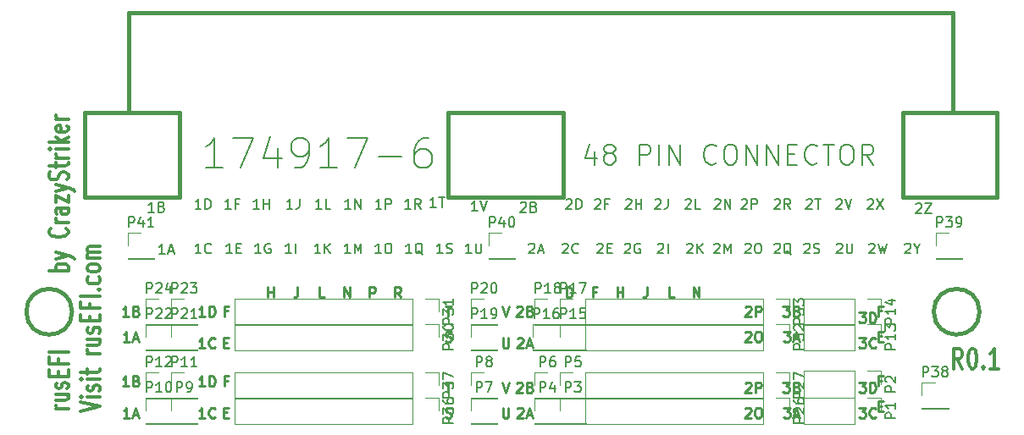
<source format=gto>
G04 #@! TF.GenerationSoftware,KiCad,Pcbnew,(5.1.2)-1*
G04 #@! TF.CreationDate,2020-03-21T17:15:54+01:00*
G04 #@! TF.ProjectId,174917,31373439-3137-42e6-9b69-6361645f7063,R0.2*
G04 #@! TF.SameCoordinates,Original*
G04 #@! TF.FileFunction,Legend,Top*
G04 #@! TF.FilePolarity,Positive*
%FSLAX46Y46*%
G04 Gerber Fmt 4.6, Leading zero omitted, Abs format (unit mm)*
G04 Created by KiCad (PCBNEW (5.1.2)-1) date 2020-03-21 17:15:54*
%MOMM*%
%LPD*%
G04 APERTURE LIST*
%ADD10C,0.304800*%
%ADD11C,0.223520*%
%ADD12C,0.381000*%
%ADD13C,0.120000*%
%ADD14C,0.150000*%
G04 APERTURE END LIST*
D10*
X149157428Y-67919238D02*
X148649428Y-66951619D01*
X148286571Y-67919238D02*
X148286571Y-65887238D01*
X148867142Y-65887238D01*
X149012285Y-65984000D01*
X149084857Y-66080761D01*
X149157428Y-66274285D01*
X149157428Y-66564571D01*
X149084857Y-66758095D01*
X149012285Y-66854857D01*
X148867142Y-66951619D01*
X148286571Y-66951619D01*
X150100857Y-65887238D02*
X150246000Y-65887238D01*
X150391142Y-65984000D01*
X150463714Y-66080761D01*
X150536285Y-66274285D01*
X150608857Y-66661333D01*
X150608857Y-67145142D01*
X150536285Y-67532190D01*
X150463714Y-67725714D01*
X150391142Y-67822476D01*
X150246000Y-67919238D01*
X150100857Y-67919238D01*
X149955714Y-67822476D01*
X149883142Y-67725714D01*
X149810571Y-67532190D01*
X149738000Y-67145142D01*
X149738000Y-66661333D01*
X149810571Y-66274285D01*
X149883142Y-66080761D01*
X149955714Y-65984000D01*
X150100857Y-65887238D01*
X151262000Y-67725714D02*
X151334571Y-67822476D01*
X151262000Y-67919238D01*
X151189428Y-67822476D01*
X151262000Y-67725714D01*
X151262000Y-67919238D01*
X152786000Y-67919238D02*
X151915142Y-67919238D01*
X152350571Y-67919238D02*
X152350571Y-65887238D01*
X152205428Y-66177523D01*
X152060285Y-66371047D01*
X151915142Y-66467809D01*
D11*
X141115142Y-69142428D02*
X140776476Y-69142428D01*
X140776476Y-69674619D02*
X140776476Y-68658619D01*
X141260285Y-68658619D01*
X141115142Y-62157428D02*
X140776476Y-62157428D01*
X140776476Y-62689619D02*
X140776476Y-61673619D01*
X141260285Y-61673619D01*
X140752285Y-64697428D02*
X141090952Y-64697428D01*
X141236095Y-65229619D02*
X140752285Y-65229619D01*
X140752285Y-64213619D01*
X141236095Y-64213619D01*
X140752285Y-71682428D02*
X141090952Y-71682428D01*
X141236095Y-72214619D02*
X140752285Y-72214619D01*
X140752285Y-71198619D01*
X141236095Y-71198619D01*
X138853333Y-62308619D02*
X139482285Y-62308619D01*
X139143619Y-62695666D01*
X139288761Y-62695666D01*
X139385523Y-62744047D01*
X139433904Y-62792428D01*
X139482285Y-62889190D01*
X139482285Y-63131095D01*
X139433904Y-63227857D01*
X139385523Y-63276238D01*
X139288761Y-63324619D01*
X138998476Y-63324619D01*
X138901714Y-63276238D01*
X138853333Y-63227857D01*
X139917714Y-63324619D02*
X139917714Y-62308619D01*
X140159619Y-62308619D01*
X140304761Y-62357000D01*
X140401523Y-62453761D01*
X140449904Y-62550523D01*
X140498285Y-62744047D01*
X140498285Y-62889190D01*
X140449904Y-63082714D01*
X140401523Y-63179476D01*
X140304761Y-63276238D01*
X140159619Y-63324619D01*
X139917714Y-63324619D01*
X138853333Y-69293619D02*
X139482285Y-69293619D01*
X139143619Y-69680666D01*
X139288761Y-69680666D01*
X139385523Y-69729047D01*
X139433904Y-69777428D01*
X139482285Y-69874190D01*
X139482285Y-70116095D01*
X139433904Y-70212857D01*
X139385523Y-70261238D01*
X139288761Y-70309619D01*
X138998476Y-70309619D01*
X138901714Y-70261238D01*
X138853333Y-70212857D01*
X139917714Y-70309619D02*
X139917714Y-69293619D01*
X140159619Y-69293619D01*
X140304761Y-69342000D01*
X140401523Y-69438761D01*
X140449904Y-69535523D01*
X140498285Y-69729047D01*
X140498285Y-69874190D01*
X140449904Y-70067714D01*
X140401523Y-70164476D01*
X140304761Y-70261238D01*
X140159619Y-70309619D01*
X139917714Y-70309619D01*
X138853333Y-64848619D02*
X139482285Y-64848619D01*
X139143619Y-65235666D01*
X139288761Y-65235666D01*
X139385523Y-65284047D01*
X139433904Y-65332428D01*
X139482285Y-65429190D01*
X139482285Y-65671095D01*
X139433904Y-65767857D01*
X139385523Y-65816238D01*
X139288761Y-65864619D01*
X138998476Y-65864619D01*
X138901714Y-65816238D01*
X138853333Y-65767857D01*
X140498285Y-65767857D02*
X140449904Y-65816238D01*
X140304761Y-65864619D01*
X140208000Y-65864619D01*
X140062857Y-65816238D01*
X139966095Y-65719476D01*
X139917714Y-65622714D01*
X139869333Y-65429190D01*
X139869333Y-65284047D01*
X139917714Y-65090523D01*
X139966095Y-64993761D01*
X140062857Y-64897000D01*
X140208000Y-64848619D01*
X140304761Y-64848619D01*
X140449904Y-64897000D01*
X140498285Y-64945380D01*
X138853333Y-71833619D02*
X139482285Y-71833619D01*
X139143619Y-72220666D01*
X139288761Y-72220666D01*
X139385523Y-72269047D01*
X139433904Y-72317428D01*
X139482285Y-72414190D01*
X139482285Y-72656095D01*
X139433904Y-72752857D01*
X139385523Y-72801238D01*
X139288761Y-72849619D01*
X138998476Y-72849619D01*
X138901714Y-72801238D01*
X138853333Y-72752857D01*
X140498285Y-72752857D02*
X140449904Y-72801238D01*
X140304761Y-72849619D01*
X140208000Y-72849619D01*
X140062857Y-72801238D01*
X139966095Y-72704476D01*
X139917714Y-72607714D01*
X139869333Y-72414190D01*
X139869333Y-72269047D01*
X139917714Y-72075523D01*
X139966095Y-71978761D01*
X140062857Y-71882000D01*
X140208000Y-71833619D01*
X140304761Y-71833619D01*
X140449904Y-71882000D01*
X140498285Y-71930380D01*
X131305904Y-64213619D02*
X131934857Y-64213619D01*
X131596190Y-64600666D01*
X131741333Y-64600666D01*
X131838095Y-64649047D01*
X131886476Y-64697428D01*
X131934857Y-64794190D01*
X131934857Y-65036095D01*
X131886476Y-65132857D01*
X131838095Y-65181238D01*
X131741333Y-65229619D01*
X131451047Y-65229619D01*
X131354285Y-65181238D01*
X131305904Y-65132857D01*
X132321904Y-64939333D02*
X132805714Y-64939333D01*
X132225142Y-65229619D02*
X132563809Y-64213619D01*
X132902476Y-65229619D01*
X131233333Y-61673619D02*
X131862285Y-61673619D01*
X131523619Y-62060666D01*
X131668761Y-62060666D01*
X131765523Y-62109047D01*
X131813904Y-62157428D01*
X131862285Y-62254190D01*
X131862285Y-62496095D01*
X131813904Y-62592857D01*
X131765523Y-62641238D01*
X131668761Y-62689619D01*
X131378476Y-62689619D01*
X131281714Y-62641238D01*
X131233333Y-62592857D01*
X132636380Y-62157428D02*
X132781523Y-62205809D01*
X132829904Y-62254190D01*
X132878285Y-62350952D01*
X132878285Y-62496095D01*
X132829904Y-62592857D01*
X132781523Y-62641238D01*
X132684761Y-62689619D01*
X132297714Y-62689619D01*
X132297714Y-61673619D01*
X132636380Y-61673619D01*
X132733142Y-61722000D01*
X132781523Y-61770380D01*
X132829904Y-61867142D01*
X132829904Y-61963904D01*
X132781523Y-62060666D01*
X132733142Y-62109047D01*
X132636380Y-62157428D01*
X132297714Y-62157428D01*
X127471714Y-69390380D02*
X127520095Y-69342000D01*
X127616857Y-69293619D01*
X127858761Y-69293619D01*
X127955523Y-69342000D01*
X128003904Y-69390380D01*
X128052285Y-69487142D01*
X128052285Y-69583904D01*
X128003904Y-69729047D01*
X127423333Y-70309619D01*
X128052285Y-70309619D01*
X128487714Y-70309619D02*
X128487714Y-69293619D01*
X128874761Y-69293619D01*
X128971523Y-69342000D01*
X129019904Y-69390380D01*
X129068285Y-69487142D01*
X129068285Y-69632285D01*
X129019904Y-69729047D01*
X128971523Y-69777428D01*
X128874761Y-69825809D01*
X128487714Y-69825809D01*
X127447523Y-71930380D02*
X127495904Y-71882000D01*
X127592666Y-71833619D01*
X127834571Y-71833619D01*
X127931333Y-71882000D01*
X127979714Y-71930380D01*
X128028095Y-72027142D01*
X128028095Y-72123904D01*
X127979714Y-72269047D01*
X127399142Y-72849619D01*
X128028095Y-72849619D01*
X128657047Y-71833619D02*
X128850571Y-71833619D01*
X128947333Y-71882000D01*
X129044095Y-71978761D01*
X129092476Y-72172285D01*
X129092476Y-72510952D01*
X129044095Y-72704476D01*
X128947333Y-72801238D01*
X128850571Y-72849619D01*
X128657047Y-72849619D01*
X128560285Y-72801238D01*
X128463523Y-72704476D01*
X128415142Y-72510952D01*
X128415142Y-72172285D01*
X128463523Y-71978761D01*
X128560285Y-71882000D01*
X128657047Y-71833619D01*
X127447523Y-64310380D02*
X127495904Y-64262000D01*
X127592666Y-64213619D01*
X127834571Y-64213619D01*
X127931333Y-64262000D01*
X127979714Y-64310380D01*
X128028095Y-64407142D01*
X128028095Y-64503904D01*
X127979714Y-64649047D01*
X127399142Y-65229619D01*
X128028095Y-65229619D01*
X128657047Y-64213619D02*
X128850571Y-64213619D01*
X128947333Y-64262000D01*
X129044095Y-64358761D01*
X129092476Y-64552285D01*
X129092476Y-64890952D01*
X129044095Y-65084476D01*
X128947333Y-65181238D01*
X128850571Y-65229619D01*
X128657047Y-65229619D01*
X128560285Y-65181238D01*
X128463523Y-65084476D01*
X128415142Y-64890952D01*
X128415142Y-64552285D01*
X128463523Y-64358761D01*
X128560285Y-64262000D01*
X128657047Y-64213619D01*
X127471714Y-61770380D02*
X127520095Y-61722000D01*
X127616857Y-61673619D01*
X127858761Y-61673619D01*
X127955523Y-61722000D01*
X128003904Y-61770380D01*
X128052285Y-61867142D01*
X128052285Y-61963904D01*
X128003904Y-62109047D01*
X127423333Y-62689619D01*
X128052285Y-62689619D01*
X128487714Y-62689619D02*
X128487714Y-61673619D01*
X128874761Y-61673619D01*
X128971523Y-61722000D01*
X129019904Y-61770380D01*
X129068285Y-61867142D01*
X129068285Y-62012285D01*
X129019904Y-62109047D01*
X128971523Y-62157428D01*
X128874761Y-62205809D01*
X128487714Y-62205809D01*
X122264714Y-60784619D02*
X122264714Y-59768619D01*
X122845285Y-60784619D01*
X122845285Y-59768619D01*
X120329476Y-60784619D02*
X119845666Y-60784619D01*
X119845666Y-59768619D01*
X117620142Y-59768619D02*
X117620142Y-60494333D01*
X117571761Y-60639476D01*
X117475000Y-60736238D01*
X117329857Y-60784619D01*
X117233095Y-60784619D01*
X114644714Y-60784619D02*
X114644714Y-59768619D01*
X114644714Y-60252428D02*
X115225285Y-60252428D01*
X115225285Y-60784619D02*
X115225285Y-59768619D01*
X112540142Y-60252428D02*
X112201476Y-60252428D01*
X112201476Y-60784619D02*
X112201476Y-59768619D01*
X112685285Y-59768619D01*
X109588904Y-60784619D02*
X109588904Y-59768619D01*
X109830809Y-59768619D01*
X109975952Y-59817000D01*
X110072714Y-59913761D01*
X110121095Y-60010523D01*
X110169476Y-60204047D01*
X110169476Y-60349190D01*
X110121095Y-60542714D01*
X110072714Y-60639476D01*
X109975952Y-60736238D01*
X109830809Y-60784619D01*
X109588904Y-60784619D01*
X93024476Y-60784619D02*
X92685809Y-60300809D01*
X92443904Y-60784619D02*
X92443904Y-59768619D01*
X92830952Y-59768619D01*
X92927714Y-59817000D01*
X92976095Y-59865380D01*
X93024476Y-59962142D01*
X93024476Y-60107285D01*
X92976095Y-60204047D01*
X92927714Y-60252428D01*
X92830952Y-60300809D01*
X92443904Y-60300809D01*
X89903904Y-60784619D02*
X89903904Y-59768619D01*
X90290952Y-59768619D01*
X90387714Y-59817000D01*
X90436095Y-59865380D01*
X90484476Y-59962142D01*
X90484476Y-60107285D01*
X90436095Y-60204047D01*
X90387714Y-60252428D01*
X90290952Y-60300809D01*
X89903904Y-60300809D01*
X87339714Y-60784619D02*
X87339714Y-59768619D01*
X87920285Y-60784619D01*
X87920285Y-59768619D01*
X85404476Y-60784619D02*
X84920666Y-60784619D01*
X84920666Y-59768619D01*
X82695142Y-59768619D02*
X82695142Y-60494333D01*
X82646761Y-60639476D01*
X82550000Y-60736238D01*
X82404857Y-60784619D01*
X82308095Y-60784619D01*
X79719714Y-60784619D02*
X79719714Y-59768619D01*
X79719714Y-60252428D02*
X80300285Y-60252428D01*
X80300285Y-60784619D02*
X80300285Y-59768619D01*
X97499714Y-61673619D02*
X98080285Y-61673619D01*
X97790000Y-62689619D02*
X97790000Y-61673619D01*
X97499714Y-69293619D02*
X98080285Y-69293619D01*
X97790000Y-70309619D02*
X97790000Y-69293619D01*
X97499714Y-65181238D02*
X97644857Y-65229619D01*
X97886761Y-65229619D01*
X97983523Y-65181238D01*
X98031904Y-65132857D01*
X98080285Y-65036095D01*
X98080285Y-64939333D01*
X98031904Y-64842571D01*
X97983523Y-64794190D01*
X97886761Y-64745809D01*
X97693238Y-64697428D01*
X97596476Y-64649047D01*
X97548095Y-64600666D01*
X97499714Y-64503904D01*
X97499714Y-64407142D01*
X97548095Y-64310380D01*
X97596476Y-64262000D01*
X97693238Y-64213619D01*
X97935142Y-64213619D01*
X98080285Y-64262000D01*
X97499714Y-72801238D02*
X97644857Y-72849619D01*
X97886761Y-72849619D01*
X97983523Y-72801238D01*
X98031904Y-72752857D01*
X98080285Y-72656095D01*
X98080285Y-72559333D01*
X98031904Y-72462571D01*
X97983523Y-72414190D01*
X97886761Y-72365809D01*
X97693238Y-72317428D01*
X97596476Y-72269047D01*
X97548095Y-72220666D01*
X97499714Y-72123904D01*
X97499714Y-72027142D01*
X97548095Y-71930380D01*
X97596476Y-71882000D01*
X97693238Y-71833619D01*
X97935142Y-71833619D01*
X98080285Y-71882000D01*
X103166333Y-69293619D02*
X103505000Y-70309619D01*
X103843666Y-69293619D01*
X103166333Y-61673619D02*
X103505000Y-62689619D01*
X103843666Y-61673619D01*
X104611714Y-61770380D02*
X104660095Y-61722000D01*
X104756857Y-61673619D01*
X104998761Y-61673619D01*
X105095523Y-61722000D01*
X105143904Y-61770380D01*
X105192285Y-61867142D01*
X105192285Y-61963904D01*
X105143904Y-62109047D01*
X104563333Y-62689619D01*
X105192285Y-62689619D01*
X105966380Y-62157428D02*
X106111523Y-62205809D01*
X106159904Y-62254190D01*
X106208285Y-62350952D01*
X106208285Y-62496095D01*
X106159904Y-62592857D01*
X106111523Y-62641238D01*
X106014761Y-62689619D01*
X105627714Y-62689619D01*
X105627714Y-61673619D01*
X105966380Y-61673619D01*
X106063142Y-61722000D01*
X106111523Y-61770380D01*
X106159904Y-61867142D01*
X106159904Y-61963904D01*
X106111523Y-62060666D01*
X106063142Y-62109047D01*
X105966380Y-62157428D01*
X105627714Y-62157428D01*
X104611714Y-69390380D02*
X104660095Y-69342000D01*
X104756857Y-69293619D01*
X104998761Y-69293619D01*
X105095523Y-69342000D01*
X105143904Y-69390380D01*
X105192285Y-69487142D01*
X105192285Y-69583904D01*
X105143904Y-69729047D01*
X104563333Y-70309619D01*
X105192285Y-70309619D01*
X105966380Y-69777428D02*
X106111523Y-69825809D01*
X106159904Y-69874190D01*
X106208285Y-69970952D01*
X106208285Y-70116095D01*
X106159904Y-70212857D01*
X106111523Y-70261238D01*
X106014761Y-70309619D01*
X105627714Y-70309619D01*
X105627714Y-69293619D01*
X105966380Y-69293619D01*
X106063142Y-69342000D01*
X106111523Y-69390380D01*
X106159904Y-69487142D01*
X106159904Y-69583904D01*
X106111523Y-69680666D01*
X106063142Y-69729047D01*
X105966380Y-69777428D01*
X105627714Y-69777428D01*
X104684285Y-64945380D02*
X104732666Y-64897000D01*
X104829428Y-64848619D01*
X105071333Y-64848619D01*
X105168095Y-64897000D01*
X105216476Y-64945380D01*
X105264857Y-65042142D01*
X105264857Y-65138904D01*
X105216476Y-65284047D01*
X104635904Y-65864619D01*
X105264857Y-65864619D01*
X105651904Y-65574333D02*
X106135714Y-65574333D01*
X105555142Y-65864619D02*
X105893809Y-64848619D01*
X106232476Y-65864619D01*
X104684285Y-71930380D02*
X104732666Y-71882000D01*
X104829428Y-71833619D01*
X105071333Y-71833619D01*
X105168095Y-71882000D01*
X105216476Y-71930380D01*
X105264857Y-72027142D01*
X105264857Y-72123904D01*
X105216476Y-72269047D01*
X104635904Y-72849619D01*
X105264857Y-72849619D01*
X105651904Y-72559333D02*
X106135714Y-72559333D01*
X105555142Y-72849619D02*
X105893809Y-71833619D01*
X106232476Y-72849619D01*
X103214714Y-64848619D02*
X103214714Y-65671095D01*
X103263095Y-65767857D01*
X103311476Y-65816238D01*
X103408238Y-65864619D01*
X103601761Y-65864619D01*
X103698523Y-65816238D01*
X103746904Y-65767857D01*
X103795285Y-65671095D01*
X103795285Y-64848619D01*
X103214714Y-71833619D02*
X103214714Y-72656095D01*
X103263095Y-72752857D01*
X103311476Y-72801238D01*
X103408238Y-72849619D01*
X103601761Y-72849619D01*
X103698523Y-72801238D01*
X103746904Y-72752857D01*
X103795285Y-72656095D01*
X103795285Y-71833619D01*
X75347285Y-65332428D02*
X75685952Y-65332428D01*
X75831095Y-65864619D02*
X75347285Y-65864619D01*
X75347285Y-64848619D01*
X75831095Y-64848619D01*
X75710142Y-62157428D02*
X75371476Y-62157428D01*
X75371476Y-62689619D02*
X75371476Y-61673619D01*
X75855285Y-61673619D01*
X73442285Y-62689619D02*
X72861714Y-62689619D01*
X73152000Y-62689619D02*
X73152000Y-61673619D01*
X73055238Y-61818761D01*
X72958476Y-61915523D01*
X72861714Y-61963904D01*
X73877714Y-62689619D02*
X73877714Y-61673619D01*
X74119619Y-61673619D01*
X74264761Y-61722000D01*
X74361523Y-61818761D01*
X74409904Y-61915523D01*
X74458285Y-62109047D01*
X74458285Y-62254190D01*
X74409904Y-62447714D01*
X74361523Y-62544476D01*
X74264761Y-62641238D01*
X74119619Y-62689619D01*
X73877714Y-62689619D01*
X73442285Y-65864619D02*
X72861714Y-65864619D01*
X73152000Y-65864619D02*
X73152000Y-64848619D01*
X73055238Y-64993761D01*
X72958476Y-65090523D01*
X72861714Y-65138904D01*
X74458285Y-65767857D02*
X74409904Y-65816238D01*
X74264761Y-65864619D01*
X74168000Y-65864619D01*
X74022857Y-65816238D01*
X73926095Y-65719476D01*
X73877714Y-65622714D01*
X73829333Y-65429190D01*
X73829333Y-65284047D01*
X73877714Y-65090523D01*
X73926095Y-64993761D01*
X74022857Y-64897000D01*
X74168000Y-64848619D01*
X74264761Y-64848619D01*
X74409904Y-64897000D01*
X74458285Y-64945380D01*
X75710142Y-69142428D02*
X75371476Y-69142428D01*
X75371476Y-69674619D02*
X75371476Y-68658619D01*
X75855285Y-68658619D01*
X75347285Y-72317428D02*
X75685952Y-72317428D01*
X75831095Y-72849619D02*
X75347285Y-72849619D01*
X75347285Y-71833619D01*
X75831095Y-71833619D01*
X73442285Y-69674619D02*
X72861714Y-69674619D01*
X73152000Y-69674619D02*
X73152000Y-68658619D01*
X73055238Y-68803761D01*
X72958476Y-68900523D01*
X72861714Y-68948904D01*
X73877714Y-69674619D02*
X73877714Y-68658619D01*
X74119619Y-68658619D01*
X74264761Y-68707000D01*
X74361523Y-68803761D01*
X74409904Y-68900523D01*
X74458285Y-69094047D01*
X74458285Y-69239190D01*
X74409904Y-69432714D01*
X74361523Y-69529476D01*
X74264761Y-69626238D01*
X74119619Y-69674619D01*
X73877714Y-69674619D01*
X73442285Y-72849619D02*
X72861714Y-72849619D01*
X73152000Y-72849619D02*
X73152000Y-71833619D01*
X73055238Y-71978761D01*
X72958476Y-72075523D01*
X72861714Y-72123904D01*
X74458285Y-72752857D02*
X74409904Y-72801238D01*
X74264761Y-72849619D01*
X74168000Y-72849619D01*
X74022857Y-72801238D01*
X73926095Y-72704476D01*
X73877714Y-72607714D01*
X73829333Y-72414190D01*
X73829333Y-72269047D01*
X73877714Y-72075523D01*
X73926095Y-71978761D01*
X74022857Y-71882000D01*
X74168000Y-71833619D01*
X74264761Y-71833619D01*
X74409904Y-71882000D01*
X74458285Y-71930380D01*
X65822285Y-69674619D02*
X65241714Y-69674619D01*
X65532000Y-69674619D02*
X65532000Y-68658619D01*
X65435238Y-68803761D01*
X65338476Y-68900523D01*
X65241714Y-68948904D01*
X66596380Y-69142428D02*
X66741523Y-69190809D01*
X66789904Y-69239190D01*
X66838285Y-69335952D01*
X66838285Y-69481095D01*
X66789904Y-69577857D01*
X66741523Y-69626238D01*
X66644761Y-69674619D01*
X66257714Y-69674619D01*
X66257714Y-68658619D01*
X66596380Y-68658619D01*
X66693142Y-68707000D01*
X66741523Y-68755380D01*
X66789904Y-68852142D01*
X66789904Y-68948904D01*
X66741523Y-69045666D01*
X66693142Y-69094047D01*
X66596380Y-69142428D01*
X66257714Y-69142428D01*
X65822285Y-62689619D02*
X65241714Y-62689619D01*
X65532000Y-62689619D02*
X65532000Y-61673619D01*
X65435238Y-61818761D01*
X65338476Y-61915523D01*
X65241714Y-61963904D01*
X66596380Y-62157428D02*
X66741523Y-62205809D01*
X66789904Y-62254190D01*
X66838285Y-62350952D01*
X66838285Y-62496095D01*
X66789904Y-62592857D01*
X66741523Y-62641238D01*
X66644761Y-62689619D01*
X66257714Y-62689619D01*
X66257714Y-61673619D01*
X66596380Y-61673619D01*
X66693142Y-61722000D01*
X66741523Y-61770380D01*
X66789904Y-61867142D01*
X66789904Y-61963904D01*
X66741523Y-62060666D01*
X66693142Y-62109047D01*
X66596380Y-62157428D01*
X66257714Y-62157428D01*
X65894857Y-65229619D02*
X65314285Y-65229619D01*
X65604571Y-65229619D02*
X65604571Y-64213619D01*
X65507809Y-64358761D01*
X65411047Y-64455523D01*
X65314285Y-64503904D01*
X66281904Y-64939333D02*
X66765714Y-64939333D01*
X66185142Y-65229619D02*
X66523809Y-64213619D01*
X66862476Y-65229619D01*
X65894857Y-72849619D02*
X65314285Y-72849619D01*
X65604571Y-72849619D02*
X65604571Y-71833619D01*
X65507809Y-71978761D01*
X65411047Y-72075523D01*
X65314285Y-72123904D01*
X66281904Y-72559333D02*
X66765714Y-72559333D01*
X66185142Y-72849619D02*
X66523809Y-71833619D01*
X66862476Y-72849619D01*
X131233333Y-69293619D02*
X131862285Y-69293619D01*
X131523619Y-69680666D01*
X131668761Y-69680666D01*
X131765523Y-69729047D01*
X131813904Y-69777428D01*
X131862285Y-69874190D01*
X131862285Y-70116095D01*
X131813904Y-70212857D01*
X131765523Y-70261238D01*
X131668761Y-70309619D01*
X131378476Y-70309619D01*
X131281714Y-70261238D01*
X131233333Y-70212857D01*
X132636380Y-69777428D02*
X132781523Y-69825809D01*
X132829904Y-69874190D01*
X132878285Y-69970952D01*
X132878285Y-70116095D01*
X132829904Y-70212857D01*
X132781523Y-70261238D01*
X132684761Y-70309619D01*
X132297714Y-70309619D01*
X132297714Y-69293619D01*
X132636380Y-69293619D01*
X132733142Y-69342000D01*
X132781523Y-69390380D01*
X132829904Y-69487142D01*
X132829904Y-69583904D01*
X132781523Y-69680666D01*
X132733142Y-69729047D01*
X132636380Y-69777428D01*
X132297714Y-69777428D01*
X131305904Y-71833619D02*
X131934857Y-71833619D01*
X131596190Y-72220666D01*
X131741333Y-72220666D01*
X131838095Y-72269047D01*
X131886476Y-72317428D01*
X131934857Y-72414190D01*
X131934857Y-72656095D01*
X131886476Y-72752857D01*
X131838095Y-72801238D01*
X131741333Y-72849619D01*
X131451047Y-72849619D01*
X131354285Y-72801238D01*
X131305904Y-72752857D01*
X132321904Y-72559333D02*
X132805714Y-72559333D01*
X132225142Y-72849619D02*
X132563809Y-71833619D01*
X132902476Y-72849619D01*
D10*
X59782123Y-71968546D02*
X58515457Y-71968546D01*
X58877361Y-71968546D02*
X58696409Y-71901880D01*
X58605933Y-71835213D01*
X58515457Y-71701880D01*
X58515457Y-71568546D01*
X58515457Y-70501880D02*
X59782123Y-70501880D01*
X58515457Y-71101880D02*
X59510695Y-71101880D01*
X59691647Y-71035213D01*
X59782123Y-70901880D01*
X59782123Y-70701880D01*
X59691647Y-70568546D01*
X59601171Y-70501880D01*
X59691647Y-69901880D02*
X59782123Y-69768546D01*
X59782123Y-69501880D01*
X59691647Y-69368546D01*
X59510695Y-69301880D01*
X59420219Y-69301880D01*
X59239266Y-69368546D01*
X59148790Y-69501880D01*
X59148790Y-69701880D01*
X59058314Y-69835213D01*
X58877361Y-69901880D01*
X58786885Y-69901880D01*
X58605933Y-69835213D01*
X58515457Y-69701880D01*
X58515457Y-69501880D01*
X58605933Y-69368546D01*
X58786885Y-68701880D02*
X58786885Y-68235213D01*
X59782123Y-68035213D02*
X59782123Y-68701880D01*
X57882123Y-68701880D01*
X57882123Y-68035213D01*
X58786885Y-66968546D02*
X58786885Y-67435213D01*
X59782123Y-67435213D02*
X57882123Y-67435213D01*
X57882123Y-66768546D01*
X59782123Y-66235213D02*
X57882123Y-66235213D01*
X59782123Y-58101880D02*
X57882123Y-58101880D01*
X58605933Y-58101880D02*
X58515457Y-57968546D01*
X58515457Y-57701880D01*
X58605933Y-57568546D01*
X58696409Y-57501880D01*
X58877361Y-57435213D01*
X59420219Y-57435213D01*
X59601171Y-57501880D01*
X59691647Y-57568546D01*
X59782123Y-57701880D01*
X59782123Y-57968546D01*
X59691647Y-58101880D01*
X58515457Y-56968546D02*
X59782123Y-56635213D01*
X58515457Y-56301880D02*
X59782123Y-56635213D01*
X60234504Y-56768546D01*
X60324980Y-56835213D01*
X60415457Y-56968546D01*
X59601171Y-53901880D02*
X59691647Y-53968546D01*
X59782123Y-54168546D01*
X59782123Y-54301880D01*
X59691647Y-54501880D01*
X59510695Y-54635213D01*
X59329742Y-54701880D01*
X58967838Y-54768546D01*
X58696409Y-54768546D01*
X58334504Y-54701880D01*
X58153552Y-54635213D01*
X57972600Y-54501880D01*
X57882123Y-54301880D01*
X57882123Y-54168546D01*
X57972600Y-53968546D01*
X58063076Y-53901880D01*
X59782123Y-53301880D02*
X58515457Y-53301880D01*
X58877361Y-53301880D02*
X58696409Y-53235213D01*
X58605933Y-53168546D01*
X58515457Y-53035213D01*
X58515457Y-52901880D01*
X59782123Y-51835213D02*
X58786885Y-51835213D01*
X58605933Y-51901880D01*
X58515457Y-52035213D01*
X58515457Y-52301880D01*
X58605933Y-52435213D01*
X59691647Y-51835213D02*
X59782123Y-51968546D01*
X59782123Y-52301880D01*
X59691647Y-52435213D01*
X59510695Y-52501880D01*
X59329742Y-52501880D01*
X59148790Y-52435213D01*
X59058314Y-52301880D01*
X59058314Y-51968546D01*
X58967838Y-51835213D01*
X58515457Y-51301880D02*
X58515457Y-50568546D01*
X59782123Y-51301880D01*
X59782123Y-50568546D01*
X58515457Y-50168546D02*
X59782123Y-49835213D01*
X58515457Y-49501880D02*
X59782123Y-49835213D01*
X60234504Y-49968546D01*
X60324980Y-50035213D01*
X60415457Y-50168546D01*
X59691647Y-49035213D02*
X59782123Y-48835213D01*
X59782123Y-48501880D01*
X59691647Y-48368546D01*
X59601171Y-48301880D01*
X59420219Y-48235213D01*
X59239266Y-48235213D01*
X59058314Y-48301880D01*
X58967838Y-48368546D01*
X58877361Y-48501880D01*
X58786885Y-48768546D01*
X58696409Y-48901880D01*
X58605933Y-48968546D01*
X58424980Y-49035213D01*
X58244028Y-49035213D01*
X58063076Y-48968546D01*
X57972600Y-48901880D01*
X57882123Y-48768546D01*
X57882123Y-48435213D01*
X57972600Y-48235213D01*
X58515457Y-47835213D02*
X58515457Y-47301880D01*
X57882123Y-47635213D02*
X59510695Y-47635213D01*
X59691647Y-47568546D01*
X59782123Y-47435213D01*
X59782123Y-47301880D01*
X59782123Y-46835213D02*
X58515457Y-46835213D01*
X58877361Y-46835213D02*
X58696409Y-46768546D01*
X58605933Y-46701880D01*
X58515457Y-46568546D01*
X58515457Y-46435213D01*
X59782123Y-45968546D02*
X58515457Y-45968546D01*
X57882123Y-45968546D02*
X57972600Y-46035213D01*
X58063076Y-45968546D01*
X57972600Y-45901880D01*
X57882123Y-45968546D01*
X58063076Y-45968546D01*
X59782123Y-45301880D02*
X57882123Y-45301880D01*
X59058314Y-45168546D02*
X59782123Y-44768546D01*
X58515457Y-44768546D02*
X59239266Y-45301880D01*
X59691647Y-43635213D02*
X59782123Y-43768546D01*
X59782123Y-44035213D01*
X59691647Y-44168546D01*
X59510695Y-44235213D01*
X58786885Y-44235213D01*
X58605933Y-44168546D01*
X58515457Y-44035213D01*
X58515457Y-43768546D01*
X58605933Y-43635213D01*
X58786885Y-43568546D01*
X58967838Y-43568546D01*
X59148790Y-44235213D01*
X59782123Y-42968546D02*
X58515457Y-42968546D01*
X58877361Y-42968546D02*
X58696409Y-42901880D01*
X58605933Y-42835213D01*
X58515457Y-42701880D01*
X58515457Y-42568546D01*
X61036923Y-72168546D02*
X62936923Y-71701880D01*
X61036923Y-71235213D01*
X62936923Y-70768546D02*
X61670257Y-70768546D01*
X61036923Y-70768546D02*
X61127400Y-70835213D01*
X61217876Y-70768546D01*
X61127400Y-70701880D01*
X61036923Y-70768546D01*
X61217876Y-70768546D01*
X62846447Y-70168546D02*
X62936923Y-70035213D01*
X62936923Y-69768546D01*
X62846447Y-69635213D01*
X62665495Y-69568546D01*
X62575019Y-69568546D01*
X62394066Y-69635213D01*
X62303590Y-69768546D01*
X62303590Y-69968546D01*
X62213114Y-70101880D01*
X62032161Y-70168546D01*
X61941685Y-70168546D01*
X61760733Y-70101880D01*
X61670257Y-69968546D01*
X61670257Y-69768546D01*
X61760733Y-69635213D01*
X62936923Y-68968546D02*
X61670257Y-68968546D01*
X61036923Y-68968546D02*
X61127400Y-69035213D01*
X61217876Y-68968546D01*
X61127400Y-68901880D01*
X61036923Y-68968546D01*
X61217876Y-68968546D01*
X61670257Y-68501880D02*
X61670257Y-67968546D01*
X61036923Y-68301880D02*
X62665495Y-68301880D01*
X62846447Y-68235213D01*
X62936923Y-68101880D01*
X62936923Y-67968546D01*
X62936923Y-66435213D02*
X61670257Y-66435213D01*
X62032161Y-66435213D02*
X61851209Y-66368546D01*
X61760733Y-66301880D01*
X61670257Y-66168546D01*
X61670257Y-66035213D01*
X61670257Y-64968546D02*
X62936923Y-64968546D01*
X61670257Y-65568546D02*
X62665495Y-65568546D01*
X62846447Y-65501880D01*
X62936923Y-65368546D01*
X62936923Y-65168546D01*
X62846447Y-65035213D01*
X62755971Y-64968546D01*
X62846447Y-64368546D02*
X62936923Y-64235213D01*
X62936923Y-63968546D01*
X62846447Y-63835213D01*
X62665495Y-63768546D01*
X62575019Y-63768546D01*
X62394066Y-63835213D01*
X62303590Y-63968546D01*
X62303590Y-64168546D01*
X62213114Y-64301880D01*
X62032161Y-64368546D01*
X61941685Y-64368546D01*
X61760733Y-64301880D01*
X61670257Y-64168546D01*
X61670257Y-63968546D01*
X61760733Y-63835213D01*
X61941685Y-63168546D02*
X61941685Y-62701880D01*
X62936923Y-62501880D02*
X62936923Y-63168546D01*
X61036923Y-63168546D01*
X61036923Y-62501880D01*
X61941685Y-61435213D02*
X61941685Y-61901880D01*
X62936923Y-61901880D02*
X61036923Y-61901880D01*
X61036923Y-61235213D01*
X62936923Y-60701880D02*
X61036923Y-60701880D01*
X62755971Y-60035213D02*
X62846447Y-59968546D01*
X62936923Y-60035213D01*
X62846447Y-60101880D01*
X62755971Y-60035213D01*
X62936923Y-60035213D01*
X62846447Y-58768546D02*
X62936923Y-58901880D01*
X62936923Y-59168546D01*
X62846447Y-59301880D01*
X62755971Y-59368546D01*
X62575019Y-59435213D01*
X62032161Y-59435213D01*
X61851209Y-59368546D01*
X61760733Y-59301880D01*
X61670257Y-59168546D01*
X61670257Y-58901880D01*
X61760733Y-58768546D01*
X62936923Y-57968546D02*
X62846447Y-58101880D01*
X62755971Y-58168546D01*
X62575019Y-58235213D01*
X62032161Y-58235213D01*
X61851209Y-58168546D01*
X61760733Y-58101880D01*
X61670257Y-57968546D01*
X61670257Y-57768546D01*
X61760733Y-57635213D01*
X61851209Y-57568546D01*
X62032161Y-57501880D01*
X62575019Y-57501880D01*
X62755971Y-57568546D01*
X62846447Y-57635213D01*
X62936923Y-57768546D01*
X62936923Y-57968546D01*
X62936923Y-56901880D02*
X61670257Y-56901880D01*
X61851209Y-56901880D02*
X61760733Y-56835213D01*
X61670257Y-56701880D01*
X61670257Y-56501880D01*
X61760733Y-56368546D01*
X61941685Y-56301880D01*
X62936923Y-56301880D01*
X61941685Y-56301880D02*
X61760733Y-56235213D01*
X61670257Y-56101880D01*
X61670257Y-55901880D01*
X61760733Y-55768546D01*
X61941685Y-55701880D01*
X62936923Y-55701880D01*
D12*
X65872360Y-32285940D02*
X148178520Y-32285940D01*
X65872360Y-32285940D02*
X65872360Y-42285920D01*
X148178520Y-32285940D02*
X148178520Y-42285920D01*
X61473080Y-42285920D02*
X70873620Y-42285920D01*
X61473080Y-50784760D02*
X70873620Y-50784760D01*
X61473080Y-50784760D02*
X61473080Y-42285920D01*
X70873620Y-50784760D02*
X70873620Y-42285920D01*
X97777300Y-50784760D02*
X97777300Y-42285920D01*
X109278420Y-50784760D02*
X97777300Y-50784760D01*
X109278420Y-42285920D02*
X97777300Y-42285920D01*
X109278420Y-42285920D02*
X109278420Y-50784760D01*
X152577800Y-50784760D02*
X143177260Y-50784760D01*
X143177260Y-50784760D02*
X143177260Y-42285920D01*
X143177260Y-42285920D02*
X152577800Y-42285920D01*
X152577800Y-42285920D02*
X152577800Y-50784760D01*
X60166000Y-62230000D02*
G75*
G03X60166000Y-62230000I-2286000J0D01*
G01*
X150876000Y-62230000D02*
G75*
G03X150876000Y-62230000I-2286000J0D01*
G01*
D13*
X133290000Y-70806000D02*
X133290000Y-73466000D01*
X138430000Y-70806000D02*
X133290000Y-70806000D01*
X138430000Y-73466000D02*
X133290000Y-73466000D01*
X138430000Y-70806000D02*
X138430000Y-73466000D01*
X139700000Y-70806000D02*
X141030000Y-70806000D01*
X141030000Y-70806000D02*
X141030000Y-72136000D01*
X141030000Y-68139000D02*
X141030000Y-69469000D01*
X139700000Y-68139000D02*
X141030000Y-68139000D01*
X138430000Y-68139000D02*
X138430000Y-70799000D01*
X138430000Y-70799000D02*
X133290000Y-70799000D01*
X138430000Y-68139000D02*
X133290000Y-68139000D01*
X133290000Y-68139000D02*
X133290000Y-70799000D01*
X108906000Y-73466000D02*
X111566000Y-73466000D01*
X108906000Y-73406000D02*
X108906000Y-73466000D01*
X111566000Y-73406000D02*
X111566000Y-73466000D01*
X108906000Y-73406000D02*
X111566000Y-73406000D01*
X108906000Y-72136000D02*
X108906000Y-70806000D01*
X108906000Y-70806000D02*
X110236000Y-70806000D01*
X106366000Y-73466000D02*
X109026000Y-73466000D01*
X106366000Y-73406000D02*
X106366000Y-73466000D01*
X109026000Y-73406000D02*
X109026000Y-73466000D01*
X106366000Y-73406000D02*
X109026000Y-73406000D01*
X106366000Y-72136000D02*
X106366000Y-70806000D01*
X106366000Y-70806000D02*
X107696000Y-70806000D01*
X108906000Y-68266000D02*
X110236000Y-68266000D01*
X108906000Y-69596000D02*
X108906000Y-68266000D01*
X108906000Y-70866000D02*
X111566000Y-70866000D01*
X111566000Y-70866000D02*
X111566000Y-70926000D01*
X108906000Y-70866000D02*
X108906000Y-70926000D01*
X108906000Y-70926000D02*
X111566000Y-70926000D01*
X106366000Y-70926000D02*
X109026000Y-70926000D01*
X106366000Y-70866000D02*
X106366000Y-70926000D01*
X109026000Y-70866000D02*
X109026000Y-70926000D01*
X106366000Y-70866000D02*
X109026000Y-70866000D01*
X106366000Y-69596000D02*
X106366000Y-68266000D01*
X106366000Y-68266000D02*
X107696000Y-68266000D01*
X100016000Y-73466000D02*
X102676000Y-73466000D01*
X100016000Y-73406000D02*
X100016000Y-73466000D01*
X102676000Y-73406000D02*
X102676000Y-73466000D01*
X100016000Y-73406000D02*
X102676000Y-73406000D01*
X100016000Y-72136000D02*
X100016000Y-70806000D01*
X100016000Y-70806000D02*
X101346000Y-70806000D01*
X100016000Y-68266000D02*
X101346000Y-68266000D01*
X100016000Y-69596000D02*
X100016000Y-68266000D01*
X100016000Y-70866000D02*
X102676000Y-70866000D01*
X102676000Y-70866000D02*
X102676000Y-70926000D01*
X100016000Y-70866000D02*
X100016000Y-70926000D01*
X100016000Y-70926000D02*
X102676000Y-70926000D01*
X70044000Y-70806000D02*
X71374000Y-70806000D01*
X70044000Y-72136000D02*
X70044000Y-70806000D01*
X70044000Y-73406000D02*
X72704000Y-73406000D01*
X72704000Y-73406000D02*
X72704000Y-73466000D01*
X70044000Y-73406000D02*
X70044000Y-73466000D01*
X70044000Y-73466000D02*
X72704000Y-73466000D01*
X67504000Y-73466000D02*
X70164000Y-73466000D01*
X67504000Y-73406000D02*
X67504000Y-73466000D01*
X70164000Y-73406000D02*
X70164000Y-73466000D01*
X67504000Y-73406000D02*
X70164000Y-73406000D01*
X67504000Y-72136000D02*
X67504000Y-70806000D01*
X67504000Y-70806000D02*
X68834000Y-70806000D01*
X70044000Y-70926000D02*
X72704000Y-70926000D01*
X70044000Y-70866000D02*
X70044000Y-70926000D01*
X72704000Y-70866000D02*
X72704000Y-70926000D01*
X70044000Y-70866000D02*
X72704000Y-70866000D01*
X70044000Y-69596000D02*
X70044000Y-68266000D01*
X70044000Y-68266000D02*
X71374000Y-68266000D01*
X67504000Y-68266000D02*
X68834000Y-68266000D01*
X67504000Y-69596000D02*
X67504000Y-68266000D01*
X67504000Y-70866000D02*
X70164000Y-70866000D01*
X70164000Y-70866000D02*
X70164000Y-70926000D01*
X67504000Y-70866000D02*
X67504000Y-70926000D01*
X67504000Y-70926000D02*
X70164000Y-70926000D01*
X141030000Y-63440000D02*
X141030000Y-64770000D01*
X139700000Y-63440000D02*
X141030000Y-63440000D01*
X138430000Y-63440000D02*
X138430000Y-66100000D01*
X138430000Y-66100000D02*
X133290000Y-66100000D01*
X138430000Y-63440000D02*
X133290000Y-63440000D01*
X133290000Y-63440000D02*
X133290000Y-66100000D01*
X133290000Y-60900000D02*
X133290000Y-63560000D01*
X138430000Y-60900000D02*
X133290000Y-60900000D01*
X138430000Y-63560000D02*
X133290000Y-63560000D01*
X138430000Y-60900000D02*
X138430000Y-63560000D01*
X139700000Y-60900000D02*
X141030000Y-60900000D01*
X141030000Y-60900000D02*
X141030000Y-62230000D01*
X108906000Y-63440000D02*
X110236000Y-63440000D01*
X108906000Y-64770000D02*
X108906000Y-63440000D01*
X108906000Y-66040000D02*
X111566000Y-66040000D01*
X111566000Y-66040000D02*
X111566000Y-66100000D01*
X108906000Y-66040000D02*
X108906000Y-66100000D01*
X108906000Y-66100000D02*
X111566000Y-66100000D01*
X106239000Y-63440000D02*
X107569000Y-63440000D01*
X106239000Y-64770000D02*
X106239000Y-63440000D01*
X106239000Y-66040000D02*
X108899000Y-66040000D01*
X108899000Y-66040000D02*
X108899000Y-66100000D01*
X106239000Y-66040000D02*
X106239000Y-66100000D01*
X106239000Y-66100000D02*
X108899000Y-66100000D01*
X108906000Y-60900000D02*
X110236000Y-60900000D01*
X108906000Y-62230000D02*
X108906000Y-60900000D01*
X108906000Y-63500000D02*
X111566000Y-63500000D01*
X111566000Y-63500000D02*
X111566000Y-63560000D01*
X108906000Y-63500000D02*
X108906000Y-63560000D01*
X108906000Y-63560000D02*
X111566000Y-63560000D01*
X106366000Y-63560000D02*
X109026000Y-63560000D01*
X106366000Y-63500000D02*
X106366000Y-63560000D01*
X109026000Y-63500000D02*
X109026000Y-63560000D01*
X106366000Y-63500000D02*
X109026000Y-63500000D01*
X106366000Y-62230000D02*
X106366000Y-60900000D01*
X106366000Y-60900000D02*
X107696000Y-60900000D01*
X100016000Y-66100000D02*
X102676000Y-66100000D01*
X100016000Y-66040000D02*
X100016000Y-66100000D01*
X102676000Y-66040000D02*
X102676000Y-66100000D01*
X100016000Y-66040000D02*
X102676000Y-66040000D01*
X100016000Y-64770000D02*
X100016000Y-63440000D01*
X100016000Y-63440000D02*
X101346000Y-63440000D01*
X100016000Y-60900000D02*
X101346000Y-60900000D01*
X100016000Y-62230000D02*
X100016000Y-60900000D01*
X100016000Y-63500000D02*
X102676000Y-63500000D01*
X102676000Y-63500000D02*
X102676000Y-63560000D01*
X100016000Y-63500000D02*
X100016000Y-63560000D01*
X100016000Y-63560000D02*
X102676000Y-63560000D01*
X70044000Y-66100000D02*
X72704000Y-66100000D01*
X70044000Y-66040000D02*
X70044000Y-66100000D01*
X72704000Y-66040000D02*
X72704000Y-66100000D01*
X70044000Y-66040000D02*
X72704000Y-66040000D01*
X70044000Y-64770000D02*
X70044000Y-63440000D01*
X70044000Y-63440000D02*
X71374000Y-63440000D01*
X67504000Y-63440000D02*
X68834000Y-63440000D01*
X67504000Y-64770000D02*
X67504000Y-63440000D01*
X67504000Y-66040000D02*
X70164000Y-66040000D01*
X70164000Y-66040000D02*
X70164000Y-66100000D01*
X67504000Y-66040000D02*
X67504000Y-66100000D01*
X67504000Y-66100000D02*
X70164000Y-66100000D01*
X70044000Y-60900000D02*
X71374000Y-60900000D01*
X70044000Y-62230000D02*
X70044000Y-60900000D01*
X70044000Y-63500000D02*
X72704000Y-63500000D01*
X72704000Y-63500000D02*
X72704000Y-63560000D01*
X70044000Y-63500000D02*
X70044000Y-63560000D01*
X70044000Y-63560000D02*
X72704000Y-63560000D01*
X67504000Y-63560000D02*
X70164000Y-63560000D01*
X67504000Y-63500000D02*
X67504000Y-63560000D01*
X70164000Y-63500000D02*
X70164000Y-63560000D01*
X67504000Y-63500000D02*
X70164000Y-63500000D01*
X67504000Y-62230000D02*
X67504000Y-60900000D01*
X67504000Y-60900000D02*
X68834000Y-60900000D01*
X111446000Y-70806000D02*
X111446000Y-73466000D01*
X129286000Y-70806000D02*
X111446000Y-70806000D01*
X129286000Y-73466000D02*
X111446000Y-73466000D01*
X129286000Y-70806000D02*
X129286000Y-73466000D01*
X130556000Y-70806000D02*
X131886000Y-70806000D01*
X131886000Y-70806000D02*
X131886000Y-72136000D01*
X131886000Y-68266000D02*
X131886000Y-69596000D01*
X130556000Y-68266000D02*
X131886000Y-68266000D01*
X129286000Y-68266000D02*
X129286000Y-70926000D01*
X129286000Y-70926000D02*
X111446000Y-70926000D01*
X129286000Y-68266000D02*
X111446000Y-68266000D01*
X111446000Y-68266000D02*
X111446000Y-70926000D01*
X76394000Y-63440000D02*
X76394000Y-66100000D01*
X94234000Y-63440000D02*
X76394000Y-63440000D01*
X94234000Y-66100000D02*
X76394000Y-66100000D01*
X94234000Y-63440000D02*
X94234000Y-66100000D01*
X95504000Y-63440000D02*
X96834000Y-63440000D01*
X96834000Y-63440000D02*
X96834000Y-64770000D01*
X96834000Y-60900000D02*
X96834000Y-62230000D01*
X95504000Y-60900000D02*
X96834000Y-60900000D01*
X94234000Y-60900000D02*
X94234000Y-63560000D01*
X94234000Y-63560000D02*
X76394000Y-63560000D01*
X94234000Y-60900000D02*
X76394000Y-60900000D01*
X76394000Y-60900000D02*
X76394000Y-63560000D01*
X131886000Y-63440000D02*
X131886000Y-64770000D01*
X130556000Y-63440000D02*
X131886000Y-63440000D01*
X129286000Y-63440000D02*
X129286000Y-66100000D01*
X129286000Y-66100000D02*
X111446000Y-66100000D01*
X129286000Y-63440000D02*
X111446000Y-63440000D01*
X111446000Y-63440000D02*
X111446000Y-66100000D01*
X111446000Y-60900000D02*
X111446000Y-63560000D01*
X129286000Y-60900000D02*
X111446000Y-60900000D01*
X129286000Y-63560000D02*
X111446000Y-63560000D01*
X129286000Y-60900000D02*
X129286000Y-63560000D01*
X130556000Y-60900000D02*
X131886000Y-60900000D01*
X131886000Y-60900000D02*
X131886000Y-62230000D01*
X96834000Y-70806000D02*
X96834000Y-72136000D01*
X95504000Y-70806000D02*
X96834000Y-70806000D01*
X94234000Y-70806000D02*
X94234000Y-73466000D01*
X94234000Y-73466000D02*
X76394000Y-73466000D01*
X94234000Y-70806000D02*
X76394000Y-70806000D01*
X76394000Y-70806000D02*
X76394000Y-73466000D01*
X76394000Y-68266000D02*
X76394000Y-70926000D01*
X94234000Y-68266000D02*
X76394000Y-68266000D01*
X94234000Y-70926000D02*
X76394000Y-70926000D01*
X94234000Y-68266000D02*
X94234000Y-70926000D01*
X95504000Y-68266000D02*
X96834000Y-68266000D01*
X96834000Y-68266000D02*
X96834000Y-69596000D01*
X145101000Y-71942000D02*
X147761000Y-71942000D01*
X145101000Y-71882000D02*
X145101000Y-71942000D01*
X147761000Y-71882000D02*
X147761000Y-71942000D01*
X145101000Y-71882000D02*
X147761000Y-71882000D01*
X145101000Y-70612000D02*
X145101000Y-69282000D01*
X145101000Y-69282000D02*
X146431000Y-69282000D01*
X146498000Y-54296000D02*
X147828000Y-54296000D01*
X146498000Y-55626000D02*
X146498000Y-54296000D01*
X146498000Y-56896000D02*
X149158000Y-56896000D01*
X149158000Y-56896000D02*
X149158000Y-56956000D01*
X146498000Y-56896000D02*
X146498000Y-56956000D01*
X146498000Y-56956000D02*
X149158000Y-56956000D01*
X101794000Y-54296000D02*
X103124000Y-54296000D01*
X101794000Y-55626000D02*
X101794000Y-54296000D01*
X101794000Y-56896000D02*
X104454000Y-56896000D01*
X104454000Y-56896000D02*
X104454000Y-56956000D01*
X101794000Y-56896000D02*
X101794000Y-56956000D01*
X101794000Y-56956000D02*
X104454000Y-56956000D01*
X65726000Y-56956000D02*
X68386000Y-56956000D01*
X65726000Y-56896000D02*
X65726000Y-56956000D01*
X68386000Y-56896000D02*
X68386000Y-56956000D01*
X65726000Y-56896000D02*
X68386000Y-56896000D01*
X65726000Y-55626000D02*
X65726000Y-54296000D01*
X65726000Y-54296000D02*
X67056000Y-54296000D01*
D14*
X112380809Y-46180428D02*
X112380809Y-47513761D01*
X111904619Y-45418523D02*
X111428428Y-46847095D01*
X112666523Y-46847095D01*
X113714142Y-46370904D02*
X113523666Y-46275666D01*
X113428428Y-46180428D01*
X113333190Y-45989952D01*
X113333190Y-45894714D01*
X113428428Y-45704238D01*
X113523666Y-45609000D01*
X113714142Y-45513761D01*
X114095095Y-45513761D01*
X114285571Y-45609000D01*
X114380809Y-45704238D01*
X114476047Y-45894714D01*
X114476047Y-45989952D01*
X114380809Y-46180428D01*
X114285571Y-46275666D01*
X114095095Y-46370904D01*
X113714142Y-46370904D01*
X113523666Y-46466142D01*
X113428428Y-46561380D01*
X113333190Y-46751857D01*
X113333190Y-47132809D01*
X113428428Y-47323285D01*
X113523666Y-47418523D01*
X113714142Y-47513761D01*
X114095095Y-47513761D01*
X114285571Y-47418523D01*
X114380809Y-47323285D01*
X114476047Y-47132809D01*
X114476047Y-46751857D01*
X114380809Y-46561380D01*
X114285571Y-46466142D01*
X114095095Y-46370904D01*
X116857000Y-47513761D02*
X116857000Y-45513761D01*
X117618904Y-45513761D01*
X117809380Y-45609000D01*
X117904619Y-45704238D01*
X117999857Y-45894714D01*
X117999857Y-46180428D01*
X117904619Y-46370904D01*
X117809380Y-46466142D01*
X117618904Y-46561380D01*
X116857000Y-46561380D01*
X118857000Y-47513761D02*
X118857000Y-45513761D01*
X119809380Y-47513761D02*
X119809380Y-45513761D01*
X120952238Y-47513761D01*
X120952238Y-45513761D01*
X124571285Y-47323285D02*
X124476047Y-47418523D01*
X124190333Y-47513761D01*
X123999857Y-47513761D01*
X123714142Y-47418523D01*
X123523666Y-47228047D01*
X123428428Y-47037571D01*
X123333190Y-46656619D01*
X123333190Y-46370904D01*
X123428428Y-45989952D01*
X123523666Y-45799476D01*
X123714142Y-45609000D01*
X123999857Y-45513761D01*
X124190333Y-45513761D01*
X124476047Y-45609000D01*
X124571285Y-45704238D01*
X125809380Y-45513761D02*
X126190333Y-45513761D01*
X126380809Y-45609000D01*
X126571285Y-45799476D01*
X126666523Y-46180428D01*
X126666523Y-46847095D01*
X126571285Y-47228047D01*
X126380809Y-47418523D01*
X126190333Y-47513761D01*
X125809380Y-47513761D01*
X125618904Y-47418523D01*
X125428428Y-47228047D01*
X125333190Y-46847095D01*
X125333190Y-46180428D01*
X125428428Y-45799476D01*
X125618904Y-45609000D01*
X125809380Y-45513761D01*
X127523666Y-47513761D02*
X127523666Y-45513761D01*
X128666523Y-47513761D01*
X128666523Y-45513761D01*
X129618904Y-47513761D02*
X129618904Y-45513761D01*
X130761761Y-47513761D01*
X130761761Y-45513761D01*
X131714142Y-46466142D02*
X132380809Y-46466142D01*
X132666523Y-47513761D02*
X131714142Y-47513761D01*
X131714142Y-45513761D01*
X132666523Y-45513761D01*
X134666523Y-47323285D02*
X134571285Y-47418523D01*
X134285571Y-47513761D01*
X134095095Y-47513761D01*
X133809380Y-47418523D01*
X133618904Y-47228047D01*
X133523666Y-47037571D01*
X133428428Y-46656619D01*
X133428428Y-46370904D01*
X133523666Y-45989952D01*
X133618904Y-45799476D01*
X133809380Y-45609000D01*
X134095095Y-45513761D01*
X134285571Y-45513761D01*
X134571285Y-45609000D01*
X134666523Y-45704238D01*
X135237952Y-45513761D02*
X136380809Y-45513761D01*
X135809380Y-47513761D02*
X135809380Y-45513761D01*
X137428428Y-45513761D02*
X137809380Y-45513761D01*
X137999857Y-45609000D01*
X138190333Y-45799476D01*
X138285571Y-46180428D01*
X138285571Y-46847095D01*
X138190333Y-47228047D01*
X137999857Y-47418523D01*
X137809380Y-47513761D01*
X137428428Y-47513761D01*
X137237952Y-47418523D01*
X137047476Y-47228047D01*
X136952238Y-46847095D01*
X136952238Y-46180428D01*
X137047476Y-45799476D01*
X137237952Y-45609000D01*
X137428428Y-45513761D01*
X140285571Y-47513761D02*
X139618904Y-46561380D01*
X139142714Y-47513761D02*
X139142714Y-45513761D01*
X139904619Y-45513761D01*
X140095095Y-45609000D01*
X140190333Y-45704238D01*
X140285571Y-45894714D01*
X140285571Y-46180428D01*
X140190333Y-46370904D01*
X140095095Y-46466142D01*
X139904619Y-46561380D01*
X139142714Y-46561380D01*
X75264571Y-47839142D02*
X73550285Y-47839142D01*
X74407428Y-47839142D02*
X74407428Y-44839142D01*
X74121714Y-45267714D01*
X73835999Y-45553428D01*
X73550285Y-45696285D01*
X76264571Y-44839142D02*
X78264571Y-44839142D01*
X76978857Y-47839142D01*
X80693142Y-45839142D02*
X80693142Y-47839142D01*
X79978857Y-44696285D02*
X79264571Y-46839142D01*
X81121714Y-46839142D01*
X82407428Y-47839142D02*
X82978857Y-47839142D01*
X83264571Y-47696285D01*
X83407428Y-47553428D01*
X83693142Y-47124857D01*
X83835999Y-46553428D01*
X83835999Y-45410571D01*
X83693142Y-45124857D01*
X83550285Y-44982000D01*
X83264571Y-44839142D01*
X82693142Y-44839142D01*
X82407428Y-44982000D01*
X82264571Y-45124857D01*
X82121714Y-45410571D01*
X82121714Y-46124857D01*
X82264571Y-46410571D01*
X82407428Y-46553428D01*
X82693142Y-46696285D01*
X83264571Y-46696285D01*
X83550285Y-46553428D01*
X83693142Y-46410571D01*
X83835999Y-46124857D01*
X86693142Y-47839142D02*
X84978857Y-47839142D01*
X85835999Y-47839142D02*
X85835999Y-44839142D01*
X85550285Y-45267714D01*
X85264571Y-45553428D01*
X84978857Y-45696285D01*
X87693142Y-44839142D02*
X89693142Y-44839142D01*
X88407428Y-47839142D01*
X90835999Y-46696285D02*
X93121714Y-46696285D01*
X95836000Y-44839142D02*
X95264571Y-44839142D01*
X94978857Y-44982000D01*
X94836000Y-45124857D01*
X94550285Y-45553428D01*
X94407428Y-46124857D01*
X94407428Y-47267714D01*
X94550285Y-47553428D01*
X94693142Y-47696285D01*
X94978857Y-47839142D01*
X95550285Y-47839142D01*
X95836000Y-47696285D01*
X95978857Y-47553428D01*
X96121714Y-47267714D01*
X96121714Y-46553428D01*
X95978857Y-46267714D01*
X95836000Y-46124857D01*
X95550285Y-45982000D01*
X94978857Y-45982000D01*
X94693142Y-46124857D01*
X94550285Y-46267714D01*
X94407428Y-46553428D01*
X144526095Y-51490619D02*
X144573714Y-51443000D01*
X144668952Y-51395380D01*
X144907047Y-51395380D01*
X145002285Y-51443000D01*
X145049904Y-51490619D01*
X145097523Y-51585857D01*
X145097523Y-51681095D01*
X145049904Y-51823952D01*
X144478476Y-52395380D01*
X145097523Y-52395380D01*
X145430857Y-51395380D02*
X146097523Y-51395380D01*
X145430857Y-52395380D01*
X146097523Y-52395380D01*
X143430714Y-55491619D02*
X143478333Y-55444000D01*
X143573571Y-55396380D01*
X143811666Y-55396380D01*
X143906904Y-55444000D01*
X143954523Y-55491619D01*
X144002142Y-55586857D01*
X144002142Y-55682095D01*
X143954523Y-55824952D01*
X143383095Y-56396380D01*
X144002142Y-56396380D01*
X144621190Y-55920190D02*
X144621190Y-56396380D01*
X144287857Y-55396380D02*
X144621190Y-55920190D01*
X144954523Y-55396380D01*
X139700095Y-51038619D02*
X139747714Y-50991000D01*
X139842952Y-50943380D01*
X140081047Y-50943380D01*
X140176285Y-50991000D01*
X140223904Y-51038619D01*
X140271523Y-51133857D01*
X140271523Y-51229095D01*
X140223904Y-51371952D01*
X139652476Y-51943380D01*
X140271523Y-51943380D01*
X140604857Y-50943380D02*
X141271523Y-51943380D01*
X141271523Y-50943380D02*
X140604857Y-51943380D01*
X139858857Y-55491619D02*
X139906476Y-55444000D01*
X140001714Y-55396380D01*
X140239809Y-55396380D01*
X140335047Y-55444000D01*
X140382666Y-55491619D01*
X140430285Y-55586857D01*
X140430285Y-55682095D01*
X140382666Y-55824952D01*
X139811238Y-56396380D01*
X140430285Y-56396380D01*
X140763619Y-55396380D02*
X141001714Y-56396380D01*
X141192190Y-55682095D01*
X141382666Y-56396380D01*
X141620761Y-55396380D01*
X136572714Y-51038619D02*
X136620333Y-50991000D01*
X136715571Y-50943380D01*
X136953666Y-50943380D01*
X137048904Y-50991000D01*
X137096523Y-51038619D01*
X137144142Y-51133857D01*
X137144142Y-51229095D01*
X137096523Y-51371952D01*
X136525095Y-51943380D01*
X137144142Y-51943380D01*
X137429857Y-50943380D02*
X137763190Y-51943380D01*
X138096523Y-50943380D01*
X136604476Y-55491619D02*
X136652095Y-55444000D01*
X136747333Y-55396380D01*
X136985428Y-55396380D01*
X137080666Y-55444000D01*
X137128285Y-55491619D01*
X137175904Y-55586857D01*
X137175904Y-55682095D01*
X137128285Y-55824952D01*
X136556857Y-56396380D01*
X137175904Y-56396380D01*
X137604476Y-55396380D02*
X137604476Y-56205904D01*
X137652095Y-56301142D01*
X137699714Y-56348761D01*
X137794952Y-56396380D01*
X137985428Y-56396380D01*
X138080666Y-56348761D01*
X138128285Y-56301142D01*
X138175904Y-56205904D01*
X138175904Y-55396380D01*
X133572333Y-51038619D02*
X133619952Y-50991000D01*
X133715190Y-50943380D01*
X133953285Y-50943380D01*
X134048523Y-50991000D01*
X134096142Y-51038619D01*
X134143761Y-51133857D01*
X134143761Y-51229095D01*
X134096142Y-51371952D01*
X133524714Y-51943380D01*
X134143761Y-51943380D01*
X134429476Y-50943380D02*
X135000904Y-50943380D01*
X134715190Y-51943380D02*
X134715190Y-50943380D01*
X133350095Y-55491619D02*
X133397714Y-55444000D01*
X133492952Y-55396380D01*
X133731047Y-55396380D01*
X133826285Y-55444000D01*
X133873904Y-55491619D01*
X133921523Y-55586857D01*
X133921523Y-55682095D01*
X133873904Y-55824952D01*
X133302476Y-56396380D01*
X133921523Y-56396380D01*
X134302476Y-56348761D02*
X134445333Y-56396380D01*
X134683428Y-56396380D01*
X134778666Y-56348761D01*
X134826285Y-56301142D01*
X134873904Y-56205904D01*
X134873904Y-56110666D01*
X134826285Y-56015428D01*
X134778666Y-55967809D01*
X134683428Y-55920190D01*
X134492952Y-55872571D01*
X134397714Y-55824952D01*
X134350095Y-55777333D01*
X134302476Y-55682095D01*
X134302476Y-55586857D01*
X134350095Y-55491619D01*
X134397714Y-55444000D01*
X134492952Y-55396380D01*
X134731047Y-55396380D01*
X134873904Y-55444000D01*
X130405285Y-51038619D02*
X130452904Y-50991000D01*
X130548142Y-50943380D01*
X130786238Y-50943380D01*
X130881476Y-50991000D01*
X130929095Y-51038619D01*
X130976714Y-51133857D01*
X130976714Y-51229095D01*
X130929095Y-51371952D01*
X130357666Y-51943380D01*
X130976714Y-51943380D01*
X131976714Y-51943380D02*
X131643380Y-51467190D01*
X131405285Y-51943380D02*
X131405285Y-50943380D01*
X131786238Y-50943380D01*
X131881476Y-50991000D01*
X131929095Y-51038619D01*
X131976714Y-51133857D01*
X131976714Y-51276714D01*
X131929095Y-51371952D01*
X131881476Y-51419571D01*
X131786238Y-51467190D01*
X131405285Y-51467190D01*
X130381476Y-55491619D02*
X130429095Y-55444000D01*
X130524333Y-55396380D01*
X130762428Y-55396380D01*
X130857666Y-55444000D01*
X130905285Y-55491619D01*
X130952904Y-55586857D01*
X130952904Y-55682095D01*
X130905285Y-55824952D01*
X130333857Y-56396380D01*
X130952904Y-56396380D01*
X132048142Y-56491619D02*
X131952904Y-56444000D01*
X131857666Y-56348761D01*
X131714809Y-56205904D01*
X131619571Y-56158285D01*
X131524333Y-56158285D01*
X131571952Y-56396380D02*
X131476714Y-56348761D01*
X131381476Y-56253523D01*
X131333857Y-56063047D01*
X131333857Y-55729714D01*
X131381476Y-55539238D01*
X131476714Y-55444000D01*
X131571952Y-55396380D01*
X131762428Y-55396380D01*
X131857666Y-55444000D01*
X131952904Y-55539238D01*
X132000523Y-55729714D01*
X132000523Y-56063047D01*
X131952904Y-56253523D01*
X131857666Y-56348761D01*
X131762428Y-56396380D01*
X131571952Y-56396380D01*
X127103285Y-51038619D02*
X127150904Y-50991000D01*
X127246142Y-50943380D01*
X127484238Y-50943380D01*
X127579476Y-50991000D01*
X127627095Y-51038619D01*
X127674714Y-51133857D01*
X127674714Y-51229095D01*
X127627095Y-51371952D01*
X127055666Y-51943380D01*
X127674714Y-51943380D01*
X128103285Y-51943380D02*
X128103285Y-50943380D01*
X128484238Y-50943380D01*
X128579476Y-50991000D01*
X128627095Y-51038619D01*
X128674714Y-51133857D01*
X128674714Y-51276714D01*
X128627095Y-51371952D01*
X128579476Y-51419571D01*
X128484238Y-51467190D01*
X128103285Y-51467190D01*
X127460476Y-55491619D02*
X127508095Y-55444000D01*
X127603333Y-55396380D01*
X127841428Y-55396380D01*
X127936666Y-55444000D01*
X127984285Y-55491619D01*
X128031904Y-55586857D01*
X128031904Y-55682095D01*
X127984285Y-55824952D01*
X127412857Y-56396380D01*
X128031904Y-56396380D01*
X128650952Y-55396380D02*
X128841428Y-55396380D01*
X128936666Y-55444000D01*
X129031904Y-55539238D01*
X129079523Y-55729714D01*
X129079523Y-56063047D01*
X129031904Y-56253523D01*
X128936666Y-56348761D01*
X128841428Y-56396380D01*
X128650952Y-56396380D01*
X128555714Y-56348761D01*
X128460476Y-56253523D01*
X128412857Y-56063047D01*
X128412857Y-55729714D01*
X128460476Y-55539238D01*
X128555714Y-55444000D01*
X128650952Y-55396380D01*
X124412476Y-51038619D02*
X124460095Y-50991000D01*
X124555333Y-50943380D01*
X124793428Y-50943380D01*
X124888666Y-50991000D01*
X124936285Y-51038619D01*
X124983904Y-51133857D01*
X124983904Y-51229095D01*
X124936285Y-51371952D01*
X124364857Y-51943380D01*
X124983904Y-51943380D01*
X125412476Y-51943380D02*
X125412476Y-50943380D01*
X125983904Y-51943380D01*
X125983904Y-50943380D01*
X124364857Y-55491619D02*
X124412476Y-55444000D01*
X124507714Y-55396380D01*
X124745809Y-55396380D01*
X124841047Y-55444000D01*
X124888666Y-55491619D01*
X124936285Y-55586857D01*
X124936285Y-55682095D01*
X124888666Y-55824952D01*
X124317238Y-56396380D01*
X124936285Y-56396380D01*
X125364857Y-56396380D02*
X125364857Y-55396380D01*
X125698190Y-56110666D01*
X126031523Y-55396380D01*
X126031523Y-56396380D01*
X121483523Y-51038619D02*
X121531142Y-50991000D01*
X121626380Y-50943380D01*
X121864476Y-50943380D01*
X121959714Y-50991000D01*
X122007333Y-51038619D01*
X122054952Y-51133857D01*
X122054952Y-51229095D01*
X122007333Y-51371952D01*
X121435904Y-51943380D01*
X122054952Y-51943380D01*
X122959714Y-51943380D02*
X122483523Y-51943380D01*
X122483523Y-50943380D01*
X121642285Y-55491619D02*
X121689904Y-55444000D01*
X121785142Y-55396380D01*
X122023238Y-55396380D01*
X122118476Y-55444000D01*
X122166095Y-55491619D01*
X122213714Y-55586857D01*
X122213714Y-55682095D01*
X122166095Y-55824952D01*
X121594666Y-56396380D01*
X122213714Y-56396380D01*
X122642285Y-56396380D02*
X122642285Y-55396380D01*
X123213714Y-56396380D02*
X122785142Y-55824952D01*
X123213714Y-55396380D02*
X122642285Y-55967809D01*
X118459333Y-51038619D02*
X118506952Y-50991000D01*
X118602190Y-50943380D01*
X118840285Y-50943380D01*
X118935523Y-50991000D01*
X118983142Y-51038619D01*
X119030761Y-51133857D01*
X119030761Y-51229095D01*
X118983142Y-51371952D01*
X118411714Y-51943380D01*
X119030761Y-51943380D01*
X119745047Y-50943380D02*
X119745047Y-51657666D01*
X119697428Y-51800523D01*
X119602190Y-51895761D01*
X119459333Y-51943380D01*
X119364095Y-51943380D01*
X118729190Y-55491619D02*
X118776809Y-55444000D01*
X118872047Y-55396380D01*
X119110142Y-55396380D01*
X119205380Y-55444000D01*
X119253000Y-55491619D01*
X119300619Y-55586857D01*
X119300619Y-55682095D01*
X119253000Y-55824952D01*
X118681571Y-56396380D01*
X119300619Y-56396380D01*
X119729190Y-56396380D02*
X119729190Y-55396380D01*
X115522476Y-51038619D02*
X115570095Y-50991000D01*
X115665333Y-50943380D01*
X115903428Y-50943380D01*
X115998666Y-50991000D01*
X116046285Y-51038619D01*
X116093904Y-51133857D01*
X116093904Y-51229095D01*
X116046285Y-51371952D01*
X115474857Y-51943380D01*
X116093904Y-51943380D01*
X116522476Y-51943380D02*
X116522476Y-50943380D01*
X116522476Y-51419571D02*
X117093904Y-51419571D01*
X117093904Y-51943380D02*
X117093904Y-50943380D01*
X115419285Y-55491619D02*
X115466904Y-55444000D01*
X115562142Y-55396380D01*
X115800238Y-55396380D01*
X115895476Y-55444000D01*
X115943095Y-55491619D01*
X115990714Y-55586857D01*
X115990714Y-55682095D01*
X115943095Y-55824952D01*
X115371666Y-56396380D01*
X115990714Y-56396380D01*
X116943095Y-55444000D02*
X116847857Y-55396380D01*
X116705000Y-55396380D01*
X116562142Y-55444000D01*
X116466904Y-55539238D01*
X116419285Y-55634476D01*
X116371666Y-55824952D01*
X116371666Y-55967809D01*
X116419285Y-56158285D01*
X116466904Y-56253523D01*
X116562142Y-56348761D01*
X116705000Y-56396380D01*
X116800238Y-56396380D01*
X116943095Y-56348761D01*
X116990714Y-56301142D01*
X116990714Y-55967809D01*
X116800238Y-55967809D01*
X112442714Y-51038619D02*
X112490333Y-50991000D01*
X112585571Y-50943380D01*
X112823666Y-50943380D01*
X112918904Y-50991000D01*
X112966523Y-51038619D01*
X113014142Y-51133857D01*
X113014142Y-51229095D01*
X112966523Y-51371952D01*
X112395095Y-51943380D01*
X113014142Y-51943380D01*
X113776047Y-51419571D02*
X113442714Y-51419571D01*
X113442714Y-51943380D02*
X113442714Y-50943380D01*
X113918904Y-50943380D01*
X112672904Y-55491619D02*
X112720523Y-55444000D01*
X112815761Y-55396380D01*
X113053857Y-55396380D01*
X113149095Y-55444000D01*
X113196714Y-55491619D01*
X113244333Y-55586857D01*
X113244333Y-55682095D01*
X113196714Y-55824952D01*
X112625285Y-56396380D01*
X113244333Y-56396380D01*
X113672904Y-55872571D02*
X114006238Y-55872571D01*
X114149095Y-56396380D02*
X113672904Y-56396380D01*
X113672904Y-55396380D01*
X114149095Y-55396380D01*
X109577285Y-51038619D02*
X109624904Y-50991000D01*
X109720142Y-50943380D01*
X109958238Y-50943380D01*
X110053476Y-50991000D01*
X110101095Y-51038619D01*
X110148714Y-51133857D01*
X110148714Y-51229095D01*
X110101095Y-51371952D01*
X109529666Y-51943380D01*
X110148714Y-51943380D01*
X110577285Y-51943380D02*
X110577285Y-50943380D01*
X110815380Y-50943380D01*
X110958238Y-50991000D01*
X111053476Y-51086238D01*
X111101095Y-51181476D01*
X111148714Y-51371952D01*
X111148714Y-51514809D01*
X111101095Y-51705285D01*
X111053476Y-51800523D01*
X110958238Y-51895761D01*
X110815380Y-51943380D01*
X110577285Y-51943380D01*
X109196285Y-55491619D02*
X109243904Y-55444000D01*
X109339142Y-55396380D01*
X109577238Y-55396380D01*
X109672476Y-55444000D01*
X109720095Y-55491619D01*
X109767714Y-55586857D01*
X109767714Y-55682095D01*
X109720095Y-55824952D01*
X109148666Y-56396380D01*
X109767714Y-56396380D01*
X110767714Y-56301142D02*
X110720095Y-56348761D01*
X110577238Y-56396380D01*
X110482000Y-56396380D01*
X110339142Y-56348761D01*
X110243904Y-56253523D01*
X110196285Y-56158285D01*
X110148666Y-55967809D01*
X110148666Y-55824952D01*
X110196285Y-55634476D01*
X110243904Y-55539238D01*
X110339142Y-55444000D01*
X110482000Y-55396380D01*
X110577238Y-55396380D01*
X110720095Y-55444000D01*
X110767714Y-55491619D01*
X105005285Y-51363619D02*
X105052904Y-51316000D01*
X105148142Y-51268380D01*
X105386238Y-51268380D01*
X105481476Y-51316000D01*
X105529095Y-51363619D01*
X105576714Y-51458857D01*
X105576714Y-51554095D01*
X105529095Y-51696952D01*
X104957666Y-52268380D01*
X105576714Y-52268380D01*
X106338619Y-51744571D02*
X106481476Y-51792190D01*
X106529095Y-51839809D01*
X106576714Y-51935047D01*
X106576714Y-52077904D01*
X106529095Y-52173142D01*
X106481476Y-52220761D01*
X106386238Y-52268380D01*
X106005285Y-52268380D01*
X106005285Y-51268380D01*
X106338619Y-51268380D01*
X106433857Y-51316000D01*
X106481476Y-51363619D01*
X106529095Y-51458857D01*
X106529095Y-51554095D01*
X106481476Y-51649333D01*
X106433857Y-51696952D01*
X106338619Y-51744571D01*
X106005285Y-51744571D01*
X105838714Y-55491619D02*
X105886333Y-55444000D01*
X105981571Y-55396380D01*
X106219666Y-55396380D01*
X106314904Y-55444000D01*
X106362523Y-55491619D01*
X106410142Y-55586857D01*
X106410142Y-55682095D01*
X106362523Y-55824952D01*
X105791095Y-56396380D01*
X106410142Y-56396380D01*
X106791095Y-56110666D02*
X107267285Y-56110666D01*
X106695857Y-56396380D02*
X107029190Y-55396380D01*
X107362523Y-56396380D01*
X100695142Y-52141380D02*
X100123714Y-52141380D01*
X100409428Y-52141380D02*
X100409428Y-51141380D01*
X100314190Y-51284238D01*
X100218952Y-51379476D01*
X100123714Y-51427095D01*
X100980857Y-51141380D02*
X101314190Y-52141380D01*
X101647523Y-51141380D01*
X100091904Y-56396380D02*
X99520476Y-56396380D01*
X99806190Y-56396380D02*
X99806190Y-55396380D01*
X99710952Y-55539238D01*
X99615714Y-55634476D01*
X99520476Y-55682095D01*
X100520476Y-55396380D02*
X100520476Y-56205904D01*
X100568095Y-56301142D01*
X100615714Y-56348761D01*
X100710952Y-56396380D01*
X100901428Y-56396380D01*
X100996666Y-56348761D01*
X101044285Y-56301142D01*
X101091904Y-56205904D01*
X101091904Y-55396380D01*
X96551761Y-51760380D02*
X95980333Y-51760380D01*
X96266047Y-51760380D02*
X96266047Y-50760380D01*
X96170809Y-50903238D01*
X96075571Y-50998476D01*
X95980333Y-51046095D01*
X96837476Y-50760380D02*
X97408904Y-50760380D01*
X97123190Y-51760380D02*
X97123190Y-50760380D01*
X97218523Y-56396380D02*
X96647095Y-56396380D01*
X96932809Y-56396380D02*
X96932809Y-55396380D01*
X96837571Y-55539238D01*
X96742333Y-55634476D01*
X96647095Y-55682095D01*
X97599476Y-56348761D02*
X97742333Y-56396380D01*
X97980428Y-56396380D01*
X98075666Y-56348761D01*
X98123285Y-56301142D01*
X98170904Y-56205904D01*
X98170904Y-56110666D01*
X98123285Y-56015428D01*
X98075666Y-55967809D01*
X97980428Y-55920190D01*
X97789952Y-55872571D01*
X97694714Y-55824952D01*
X97647095Y-55777333D01*
X97599476Y-55682095D01*
X97599476Y-55586857D01*
X97647095Y-55491619D01*
X97694714Y-55444000D01*
X97789952Y-55396380D01*
X98028047Y-55396380D01*
X98170904Y-55444000D01*
X94019714Y-51943380D02*
X93448285Y-51943380D01*
X93734000Y-51943380D02*
X93734000Y-50943380D01*
X93638761Y-51086238D01*
X93543523Y-51181476D01*
X93448285Y-51229095D01*
X95019714Y-51943380D02*
X94686380Y-51467190D01*
X94448285Y-51943380D02*
X94448285Y-50943380D01*
X94829238Y-50943380D01*
X94924476Y-50991000D01*
X94972095Y-51038619D01*
X95019714Y-51133857D01*
X95019714Y-51276714D01*
X94972095Y-51371952D01*
X94924476Y-51419571D01*
X94829238Y-51467190D01*
X94448285Y-51467190D01*
X94122904Y-56396380D02*
X93551476Y-56396380D01*
X93837190Y-56396380D02*
X93837190Y-55396380D01*
X93741952Y-55539238D01*
X93646714Y-55634476D01*
X93551476Y-55682095D01*
X95218142Y-56491619D02*
X95122904Y-56444000D01*
X95027666Y-56348761D01*
X94884809Y-56205904D01*
X94789571Y-56158285D01*
X94694333Y-56158285D01*
X94741952Y-56396380D02*
X94646714Y-56348761D01*
X94551476Y-56253523D01*
X94503857Y-56063047D01*
X94503857Y-55729714D01*
X94551476Y-55539238D01*
X94646714Y-55444000D01*
X94741952Y-55396380D01*
X94932428Y-55396380D01*
X95027666Y-55444000D01*
X95122904Y-55539238D01*
X95170523Y-55729714D01*
X95170523Y-56063047D01*
X95122904Y-56253523D01*
X95027666Y-56348761D01*
X94932428Y-56396380D01*
X94741952Y-56396380D01*
X91098714Y-51943380D02*
X90527285Y-51943380D01*
X90813000Y-51943380D02*
X90813000Y-50943380D01*
X90717761Y-51086238D01*
X90622523Y-51181476D01*
X90527285Y-51229095D01*
X91527285Y-51943380D02*
X91527285Y-50943380D01*
X91908238Y-50943380D01*
X92003476Y-50991000D01*
X92051095Y-51038619D01*
X92098714Y-51133857D01*
X92098714Y-51276714D01*
X92051095Y-51371952D01*
X92003476Y-51419571D01*
X91908238Y-51467190D01*
X91527285Y-51467190D01*
X91074904Y-56396380D02*
X90503476Y-56396380D01*
X90789190Y-56396380D02*
X90789190Y-55396380D01*
X90693952Y-55539238D01*
X90598714Y-55634476D01*
X90503476Y-55682095D01*
X91693952Y-55396380D02*
X91884428Y-55396380D01*
X91979666Y-55444000D01*
X92074904Y-55539238D01*
X92122523Y-55729714D01*
X92122523Y-56063047D01*
X92074904Y-56253523D01*
X91979666Y-56348761D01*
X91884428Y-56396380D01*
X91693952Y-56396380D01*
X91598714Y-56348761D01*
X91503476Y-56253523D01*
X91455857Y-56063047D01*
X91455857Y-55729714D01*
X91503476Y-55539238D01*
X91598714Y-55444000D01*
X91693952Y-55396380D01*
X88026904Y-51943380D02*
X87455476Y-51943380D01*
X87741190Y-51943380D02*
X87741190Y-50943380D01*
X87645952Y-51086238D01*
X87550714Y-51181476D01*
X87455476Y-51229095D01*
X88455476Y-51943380D02*
X88455476Y-50943380D01*
X89026904Y-51943380D01*
X89026904Y-50943380D01*
X87979285Y-56396380D02*
X87407857Y-56396380D01*
X87693571Y-56396380D02*
X87693571Y-55396380D01*
X87598333Y-55539238D01*
X87503095Y-55634476D01*
X87407857Y-55682095D01*
X88407857Y-56396380D02*
X88407857Y-55396380D01*
X88741190Y-56110666D01*
X89074523Y-55396380D01*
X89074523Y-56396380D01*
X85097952Y-51943380D02*
X84526523Y-51943380D01*
X84812238Y-51943380D02*
X84812238Y-50943380D01*
X84717000Y-51086238D01*
X84621761Y-51181476D01*
X84526523Y-51229095D01*
X86002714Y-51943380D02*
X85526523Y-51943380D01*
X85526523Y-50943380D01*
X85002714Y-56396380D02*
X84431285Y-56396380D01*
X84717000Y-56396380D02*
X84717000Y-55396380D01*
X84621761Y-55539238D01*
X84526523Y-55634476D01*
X84431285Y-55682095D01*
X85431285Y-56396380D02*
X85431285Y-55396380D01*
X86002714Y-56396380D02*
X85574142Y-55824952D01*
X86002714Y-55396380D02*
X85431285Y-55967809D01*
X82200761Y-51943380D02*
X81629333Y-51943380D01*
X81915047Y-51943380D02*
X81915047Y-50943380D01*
X81819809Y-51086238D01*
X81724571Y-51181476D01*
X81629333Y-51229095D01*
X82915047Y-50943380D02*
X82915047Y-51657666D01*
X82867428Y-51800523D01*
X82772190Y-51895761D01*
X82629333Y-51943380D01*
X82534095Y-51943380D01*
X82089619Y-56396380D02*
X81518190Y-56396380D01*
X81803904Y-56396380D02*
X81803904Y-55396380D01*
X81708666Y-55539238D01*
X81613428Y-55634476D01*
X81518190Y-55682095D01*
X82518190Y-56396380D02*
X82518190Y-55396380D01*
X78882904Y-51943380D02*
X78311476Y-51943380D01*
X78597190Y-51943380D02*
X78597190Y-50943380D01*
X78501952Y-51086238D01*
X78406714Y-51181476D01*
X78311476Y-51229095D01*
X79311476Y-51943380D02*
X79311476Y-50943380D01*
X79311476Y-51419571D02*
X79882904Y-51419571D01*
X79882904Y-51943380D02*
X79882904Y-50943380D01*
X79033714Y-56396380D02*
X78462285Y-56396380D01*
X78748000Y-56396380D02*
X78748000Y-55396380D01*
X78652761Y-55539238D01*
X78557523Y-55634476D01*
X78462285Y-55682095D01*
X79986095Y-55444000D02*
X79890857Y-55396380D01*
X79748000Y-55396380D01*
X79605142Y-55444000D01*
X79509904Y-55539238D01*
X79462285Y-55634476D01*
X79414666Y-55824952D01*
X79414666Y-55967809D01*
X79462285Y-56158285D01*
X79509904Y-56253523D01*
X79605142Y-56348761D01*
X79748000Y-56396380D01*
X79843238Y-56396380D01*
X79986095Y-56348761D01*
X80033714Y-56301142D01*
X80033714Y-55967809D01*
X79843238Y-55967809D01*
X76057142Y-51943380D02*
X75485714Y-51943380D01*
X75771428Y-51943380D02*
X75771428Y-50943380D01*
X75676190Y-51086238D01*
X75580952Y-51181476D01*
X75485714Y-51229095D01*
X76819047Y-51419571D02*
X76485714Y-51419571D01*
X76485714Y-51943380D02*
X76485714Y-50943380D01*
X76961904Y-50943380D01*
X76160333Y-56396380D02*
X75588904Y-56396380D01*
X75874619Y-56396380D02*
X75874619Y-55396380D01*
X75779380Y-55539238D01*
X75684142Y-55634476D01*
X75588904Y-55682095D01*
X76588904Y-55872571D02*
X76922238Y-55872571D01*
X77065095Y-56396380D02*
X76588904Y-56396380D01*
X76588904Y-55396380D01*
X77065095Y-55396380D01*
X73064714Y-51943380D02*
X72493285Y-51943380D01*
X72779000Y-51943380D02*
X72779000Y-50943380D01*
X72683761Y-51086238D01*
X72588523Y-51181476D01*
X72493285Y-51229095D01*
X73493285Y-51943380D02*
X73493285Y-50943380D01*
X73731380Y-50943380D01*
X73874238Y-50991000D01*
X73969476Y-51086238D01*
X74017095Y-51181476D01*
X74064714Y-51371952D01*
X74064714Y-51514809D01*
X74017095Y-51705285D01*
X73969476Y-51800523D01*
X73874238Y-51895761D01*
X73731380Y-51943380D01*
X73493285Y-51943380D01*
X73064714Y-56396380D02*
X72493285Y-56396380D01*
X72779000Y-56396380D02*
X72779000Y-55396380D01*
X72683761Y-55539238D01*
X72588523Y-55634476D01*
X72493285Y-55682095D01*
X74064714Y-56301142D02*
X74017095Y-56348761D01*
X73874238Y-56396380D01*
X73779000Y-56396380D01*
X73636142Y-56348761D01*
X73540904Y-56253523D01*
X73493285Y-56158285D01*
X73445666Y-55967809D01*
X73445666Y-55824952D01*
X73493285Y-55634476D01*
X73540904Y-55539238D01*
X73636142Y-55444000D01*
X73779000Y-55396380D01*
X73874238Y-55396380D01*
X74017095Y-55444000D01*
X74064714Y-55491619D01*
X68365714Y-52268380D02*
X67794285Y-52268380D01*
X68080000Y-52268380D02*
X68080000Y-51268380D01*
X67984761Y-51411238D01*
X67889523Y-51506476D01*
X67794285Y-51554095D01*
X69127619Y-51744571D02*
X69270476Y-51792190D01*
X69318095Y-51839809D01*
X69365714Y-51935047D01*
X69365714Y-52077904D01*
X69318095Y-52173142D01*
X69270476Y-52220761D01*
X69175238Y-52268380D01*
X68794285Y-52268380D01*
X68794285Y-51268380D01*
X69127619Y-51268380D01*
X69222857Y-51316000D01*
X69270476Y-51363619D01*
X69318095Y-51458857D01*
X69318095Y-51554095D01*
X69270476Y-51649333D01*
X69222857Y-51696952D01*
X69127619Y-51744571D01*
X68794285Y-51744571D01*
X69453142Y-56459380D02*
X68881714Y-56459380D01*
X69167428Y-56459380D02*
X69167428Y-55459380D01*
X69072190Y-55602238D01*
X68976952Y-55697476D01*
X68881714Y-55745095D01*
X69834095Y-56173666D02*
X70310285Y-56173666D01*
X69738857Y-56459380D02*
X70072190Y-55459380D01*
X70405523Y-56459380D01*
X142482380Y-72874095D02*
X141482380Y-72874095D01*
X141482380Y-72493142D01*
X141530000Y-72397904D01*
X141577619Y-72350285D01*
X141672857Y-72302666D01*
X141815714Y-72302666D01*
X141910952Y-72350285D01*
X141958571Y-72397904D01*
X142006190Y-72493142D01*
X142006190Y-72874095D01*
X142482380Y-71350285D02*
X142482380Y-71921714D01*
X142482380Y-71636000D02*
X141482380Y-71636000D01*
X141625238Y-71731238D01*
X141720476Y-71826476D01*
X141768095Y-71921714D01*
X142482380Y-70207095D02*
X141482380Y-70207095D01*
X141482380Y-69826142D01*
X141530000Y-69730904D01*
X141577619Y-69683285D01*
X141672857Y-69635666D01*
X141815714Y-69635666D01*
X141910952Y-69683285D01*
X141958571Y-69730904D01*
X142006190Y-69826142D01*
X142006190Y-70207095D01*
X141577619Y-69254714D02*
X141530000Y-69207095D01*
X141482380Y-69111857D01*
X141482380Y-68873761D01*
X141530000Y-68778523D01*
X141577619Y-68730904D01*
X141672857Y-68683285D01*
X141768095Y-68683285D01*
X141910952Y-68730904D01*
X142482380Y-69302333D01*
X142482380Y-68683285D01*
X109497904Y-70258380D02*
X109497904Y-69258380D01*
X109878857Y-69258380D01*
X109974095Y-69306000D01*
X110021714Y-69353619D01*
X110069333Y-69448857D01*
X110069333Y-69591714D01*
X110021714Y-69686952D01*
X109974095Y-69734571D01*
X109878857Y-69782190D01*
X109497904Y-69782190D01*
X110402666Y-69258380D02*
X111021714Y-69258380D01*
X110688380Y-69639333D01*
X110831238Y-69639333D01*
X110926476Y-69686952D01*
X110974095Y-69734571D01*
X111021714Y-69829809D01*
X111021714Y-70067904D01*
X110974095Y-70163142D01*
X110926476Y-70210761D01*
X110831238Y-70258380D01*
X110545523Y-70258380D01*
X110450285Y-70210761D01*
X110402666Y-70163142D01*
X106957904Y-70258380D02*
X106957904Y-69258380D01*
X107338857Y-69258380D01*
X107434095Y-69306000D01*
X107481714Y-69353619D01*
X107529333Y-69448857D01*
X107529333Y-69591714D01*
X107481714Y-69686952D01*
X107434095Y-69734571D01*
X107338857Y-69782190D01*
X106957904Y-69782190D01*
X108386476Y-69591714D02*
X108386476Y-70258380D01*
X108148380Y-69210761D02*
X107910285Y-69925047D01*
X108529333Y-69925047D01*
X109497904Y-67718380D02*
X109497904Y-66718380D01*
X109878857Y-66718380D01*
X109974095Y-66766000D01*
X110021714Y-66813619D01*
X110069333Y-66908857D01*
X110069333Y-67051714D01*
X110021714Y-67146952D01*
X109974095Y-67194571D01*
X109878857Y-67242190D01*
X109497904Y-67242190D01*
X110974095Y-66718380D02*
X110497904Y-66718380D01*
X110450285Y-67194571D01*
X110497904Y-67146952D01*
X110593142Y-67099333D01*
X110831238Y-67099333D01*
X110926476Y-67146952D01*
X110974095Y-67194571D01*
X111021714Y-67289809D01*
X111021714Y-67527904D01*
X110974095Y-67623142D01*
X110926476Y-67670761D01*
X110831238Y-67718380D01*
X110593142Y-67718380D01*
X110497904Y-67670761D01*
X110450285Y-67623142D01*
X106957904Y-67718380D02*
X106957904Y-66718380D01*
X107338857Y-66718380D01*
X107434095Y-66766000D01*
X107481714Y-66813619D01*
X107529333Y-66908857D01*
X107529333Y-67051714D01*
X107481714Y-67146952D01*
X107434095Y-67194571D01*
X107338857Y-67242190D01*
X106957904Y-67242190D01*
X108386476Y-66718380D02*
X108196000Y-66718380D01*
X108100761Y-66766000D01*
X108053142Y-66813619D01*
X107957904Y-66956476D01*
X107910285Y-67146952D01*
X107910285Y-67527904D01*
X107957904Y-67623142D01*
X108005523Y-67670761D01*
X108100761Y-67718380D01*
X108291238Y-67718380D01*
X108386476Y-67670761D01*
X108434095Y-67623142D01*
X108481714Y-67527904D01*
X108481714Y-67289809D01*
X108434095Y-67194571D01*
X108386476Y-67146952D01*
X108291238Y-67099333D01*
X108100761Y-67099333D01*
X108005523Y-67146952D01*
X107957904Y-67194571D01*
X107910285Y-67289809D01*
X100607904Y-70258380D02*
X100607904Y-69258380D01*
X100988857Y-69258380D01*
X101084095Y-69306000D01*
X101131714Y-69353619D01*
X101179333Y-69448857D01*
X101179333Y-69591714D01*
X101131714Y-69686952D01*
X101084095Y-69734571D01*
X100988857Y-69782190D01*
X100607904Y-69782190D01*
X101512666Y-69258380D02*
X102179333Y-69258380D01*
X101750761Y-70258380D01*
X100607904Y-67718380D02*
X100607904Y-66718380D01*
X100988857Y-66718380D01*
X101084095Y-66766000D01*
X101131714Y-66813619D01*
X101179333Y-66908857D01*
X101179333Y-67051714D01*
X101131714Y-67146952D01*
X101084095Y-67194571D01*
X100988857Y-67242190D01*
X100607904Y-67242190D01*
X101750761Y-67146952D02*
X101655523Y-67099333D01*
X101607904Y-67051714D01*
X101560285Y-66956476D01*
X101560285Y-66908857D01*
X101607904Y-66813619D01*
X101655523Y-66766000D01*
X101750761Y-66718380D01*
X101941238Y-66718380D01*
X102036476Y-66766000D01*
X102084095Y-66813619D01*
X102131714Y-66908857D01*
X102131714Y-66956476D01*
X102084095Y-67051714D01*
X102036476Y-67099333D01*
X101941238Y-67146952D01*
X101750761Y-67146952D01*
X101655523Y-67194571D01*
X101607904Y-67242190D01*
X101560285Y-67337428D01*
X101560285Y-67527904D01*
X101607904Y-67623142D01*
X101655523Y-67670761D01*
X101750761Y-67718380D01*
X101941238Y-67718380D01*
X102036476Y-67670761D01*
X102084095Y-67623142D01*
X102131714Y-67527904D01*
X102131714Y-67337428D01*
X102084095Y-67242190D01*
X102036476Y-67194571D01*
X101941238Y-67146952D01*
X70635904Y-70258380D02*
X70635904Y-69258380D01*
X71016857Y-69258380D01*
X71112095Y-69306000D01*
X71159714Y-69353619D01*
X71207333Y-69448857D01*
X71207333Y-69591714D01*
X71159714Y-69686952D01*
X71112095Y-69734571D01*
X71016857Y-69782190D01*
X70635904Y-69782190D01*
X71683523Y-70258380D02*
X71874000Y-70258380D01*
X71969238Y-70210761D01*
X72016857Y-70163142D01*
X72112095Y-70020285D01*
X72159714Y-69829809D01*
X72159714Y-69448857D01*
X72112095Y-69353619D01*
X72064476Y-69306000D01*
X71969238Y-69258380D01*
X71778761Y-69258380D01*
X71683523Y-69306000D01*
X71635904Y-69353619D01*
X71588285Y-69448857D01*
X71588285Y-69686952D01*
X71635904Y-69782190D01*
X71683523Y-69829809D01*
X71778761Y-69877428D01*
X71969238Y-69877428D01*
X72064476Y-69829809D01*
X72112095Y-69782190D01*
X72159714Y-69686952D01*
X67619714Y-70258380D02*
X67619714Y-69258380D01*
X68000666Y-69258380D01*
X68095904Y-69306000D01*
X68143523Y-69353619D01*
X68191142Y-69448857D01*
X68191142Y-69591714D01*
X68143523Y-69686952D01*
X68095904Y-69734571D01*
X68000666Y-69782190D01*
X67619714Y-69782190D01*
X69143523Y-70258380D02*
X68572095Y-70258380D01*
X68857809Y-70258380D02*
X68857809Y-69258380D01*
X68762571Y-69401238D01*
X68667333Y-69496476D01*
X68572095Y-69544095D01*
X69762571Y-69258380D02*
X69857809Y-69258380D01*
X69953047Y-69306000D01*
X70000666Y-69353619D01*
X70048285Y-69448857D01*
X70095904Y-69639333D01*
X70095904Y-69877428D01*
X70048285Y-70067904D01*
X70000666Y-70163142D01*
X69953047Y-70210761D01*
X69857809Y-70258380D01*
X69762571Y-70258380D01*
X69667333Y-70210761D01*
X69619714Y-70163142D01*
X69572095Y-70067904D01*
X69524476Y-69877428D01*
X69524476Y-69639333D01*
X69572095Y-69448857D01*
X69619714Y-69353619D01*
X69667333Y-69306000D01*
X69762571Y-69258380D01*
X70159714Y-67718380D02*
X70159714Y-66718380D01*
X70540666Y-66718380D01*
X70635904Y-66766000D01*
X70683523Y-66813619D01*
X70731142Y-66908857D01*
X70731142Y-67051714D01*
X70683523Y-67146952D01*
X70635904Y-67194571D01*
X70540666Y-67242190D01*
X70159714Y-67242190D01*
X71683523Y-67718380D02*
X71112095Y-67718380D01*
X71397809Y-67718380D02*
X71397809Y-66718380D01*
X71302571Y-66861238D01*
X71207333Y-66956476D01*
X71112095Y-67004095D01*
X72635904Y-67718380D02*
X72064476Y-67718380D01*
X72350190Y-67718380D02*
X72350190Y-66718380D01*
X72254952Y-66861238D01*
X72159714Y-66956476D01*
X72064476Y-67004095D01*
X67619714Y-67718380D02*
X67619714Y-66718380D01*
X68000666Y-66718380D01*
X68095904Y-66766000D01*
X68143523Y-66813619D01*
X68191142Y-66908857D01*
X68191142Y-67051714D01*
X68143523Y-67146952D01*
X68095904Y-67194571D01*
X68000666Y-67242190D01*
X67619714Y-67242190D01*
X69143523Y-67718380D02*
X68572095Y-67718380D01*
X68857809Y-67718380D02*
X68857809Y-66718380D01*
X68762571Y-66861238D01*
X68667333Y-66956476D01*
X68572095Y-67004095D01*
X69524476Y-66813619D02*
X69572095Y-66766000D01*
X69667333Y-66718380D01*
X69905428Y-66718380D01*
X70000666Y-66766000D01*
X70048285Y-66813619D01*
X70095904Y-66908857D01*
X70095904Y-67004095D01*
X70048285Y-67146952D01*
X69476857Y-67718380D01*
X70095904Y-67718380D01*
X142482380Y-65984285D02*
X141482380Y-65984285D01*
X141482380Y-65603333D01*
X141530000Y-65508095D01*
X141577619Y-65460476D01*
X141672857Y-65412857D01*
X141815714Y-65412857D01*
X141910952Y-65460476D01*
X141958571Y-65508095D01*
X142006190Y-65603333D01*
X142006190Y-65984285D01*
X142482380Y-64460476D02*
X142482380Y-65031904D01*
X142482380Y-64746190D02*
X141482380Y-64746190D01*
X141625238Y-64841428D01*
X141720476Y-64936666D01*
X141768095Y-65031904D01*
X141482380Y-64127142D02*
X141482380Y-63508095D01*
X141863333Y-63841428D01*
X141863333Y-63698571D01*
X141910952Y-63603333D01*
X141958571Y-63555714D01*
X142053809Y-63508095D01*
X142291904Y-63508095D01*
X142387142Y-63555714D01*
X142434761Y-63603333D01*
X142482380Y-63698571D01*
X142482380Y-63984285D01*
X142434761Y-64079523D01*
X142387142Y-64127142D01*
X142482380Y-63444285D02*
X141482380Y-63444285D01*
X141482380Y-63063333D01*
X141530000Y-62968095D01*
X141577619Y-62920476D01*
X141672857Y-62872857D01*
X141815714Y-62872857D01*
X141910952Y-62920476D01*
X141958571Y-62968095D01*
X142006190Y-63063333D01*
X142006190Y-63444285D01*
X142482380Y-61920476D02*
X142482380Y-62491904D01*
X142482380Y-62206190D02*
X141482380Y-62206190D01*
X141625238Y-62301428D01*
X141720476Y-62396666D01*
X141768095Y-62491904D01*
X141815714Y-61063333D02*
X142482380Y-61063333D01*
X141434761Y-61301428D02*
X142149047Y-61539523D01*
X142149047Y-60920476D01*
X109021714Y-62892380D02*
X109021714Y-61892380D01*
X109402666Y-61892380D01*
X109497904Y-61940000D01*
X109545523Y-61987619D01*
X109593142Y-62082857D01*
X109593142Y-62225714D01*
X109545523Y-62320952D01*
X109497904Y-62368571D01*
X109402666Y-62416190D01*
X109021714Y-62416190D01*
X110545523Y-62892380D02*
X109974095Y-62892380D01*
X110259809Y-62892380D02*
X110259809Y-61892380D01*
X110164571Y-62035238D01*
X110069333Y-62130476D01*
X109974095Y-62178095D01*
X111450285Y-61892380D02*
X110974095Y-61892380D01*
X110926476Y-62368571D01*
X110974095Y-62320952D01*
X111069333Y-62273333D01*
X111307428Y-62273333D01*
X111402666Y-62320952D01*
X111450285Y-62368571D01*
X111497904Y-62463809D01*
X111497904Y-62701904D01*
X111450285Y-62797142D01*
X111402666Y-62844761D01*
X111307428Y-62892380D01*
X111069333Y-62892380D01*
X110974095Y-62844761D01*
X110926476Y-62797142D01*
X106354714Y-62892380D02*
X106354714Y-61892380D01*
X106735666Y-61892380D01*
X106830904Y-61940000D01*
X106878523Y-61987619D01*
X106926142Y-62082857D01*
X106926142Y-62225714D01*
X106878523Y-62320952D01*
X106830904Y-62368571D01*
X106735666Y-62416190D01*
X106354714Y-62416190D01*
X107878523Y-62892380D02*
X107307095Y-62892380D01*
X107592809Y-62892380D02*
X107592809Y-61892380D01*
X107497571Y-62035238D01*
X107402333Y-62130476D01*
X107307095Y-62178095D01*
X108735666Y-61892380D02*
X108545190Y-61892380D01*
X108449952Y-61940000D01*
X108402333Y-61987619D01*
X108307095Y-62130476D01*
X108259476Y-62320952D01*
X108259476Y-62701904D01*
X108307095Y-62797142D01*
X108354714Y-62844761D01*
X108449952Y-62892380D01*
X108640428Y-62892380D01*
X108735666Y-62844761D01*
X108783285Y-62797142D01*
X108830904Y-62701904D01*
X108830904Y-62463809D01*
X108783285Y-62368571D01*
X108735666Y-62320952D01*
X108640428Y-62273333D01*
X108449952Y-62273333D01*
X108354714Y-62320952D01*
X108307095Y-62368571D01*
X108259476Y-62463809D01*
X109021714Y-60352380D02*
X109021714Y-59352380D01*
X109402666Y-59352380D01*
X109497904Y-59400000D01*
X109545523Y-59447619D01*
X109593142Y-59542857D01*
X109593142Y-59685714D01*
X109545523Y-59780952D01*
X109497904Y-59828571D01*
X109402666Y-59876190D01*
X109021714Y-59876190D01*
X110545523Y-60352380D02*
X109974095Y-60352380D01*
X110259809Y-60352380D02*
X110259809Y-59352380D01*
X110164571Y-59495238D01*
X110069333Y-59590476D01*
X109974095Y-59638095D01*
X110878857Y-59352380D02*
X111545523Y-59352380D01*
X111116952Y-60352380D01*
X106481714Y-60352380D02*
X106481714Y-59352380D01*
X106862666Y-59352380D01*
X106957904Y-59400000D01*
X107005523Y-59447619D01*
X107053142Y-59542857D01*
X107053142Y-59685714D01*
X107005523Y-59780952D01*
X106957904Y-59828571D01*
X106862666Y-59876190D01*
X106481714Y-59876190D01*
X108005523Y-60352380D02*
X107434095Y-60352380D01*
X107719809Y-60352380D02*
X107719809Y-59352380D01*
X107624571Y-59495238D01*
X107529333Y-59590476D01*
X107434095Y-59638095D01*
X108576952Y-59780952D02*
X108481714Y-59733333D01*
X108434095Y-59685714D01*
X108386476Y-59590476D01*
X108386476Y-59542857D01*
X108434095Y-59447619D01*
X108481714Y-59400000D01*
X108576952Y-59352380D01*
X108767428Y-59352380D01*
X108862666Y-59400000D01*
X108910285Y-59447619D01*
X108957904Y-59542857D01*
X108957904Y-59590476D01*
X108910285Y-59685714D01*
X108862666Y-59733333D01*
X108767428Y-59780952D01*
X108576952Y-59780952D01*
X108481714Y-59828571D01*
X108434095Y-59876190D01*
X108386476Y-59971428D01*
X108386476Y-60161904D01*
X108434095Y-60257142D01*
X108481714Y-60304761D01*
X108576952Y-60352380D01*
X108767428Y-60352380D01*
X108862666Y-60304761D01*
X108910285Y-60257142D01*
X108957904Y-60161904D01*
X108957904Y-59971428D01*
X108910285Y-59876190D01*
X108862666Y-59828571D01*
X108767428Y-59780952D01*
X100131714Y-62892380D02*
X100131714Y-61892380D01*
X100512666Y-61892380D01*
X100607904Y-61940000D01*
X100655523Y-61987619D01*
X100703142Y-62082857D01*
X100703142Y-62225714D01*
X100655523Y-62320952D01*
X100607904Y-62368571D01*
X100512666Y-62416190D01*
X100131714Y-62416190D01*
X101655523Y-62892380D02*
X101084095Y-62892380D01*
X101369809Y-62892380D02*
X101369809Y-61892380D01*
X101274571Y-62035238D01*
X101179333Y-62130476D01*
X101084095Y-62178095D01*
X102131714Y-62892380D02*
X102322190Y-62892380D01*
X102417428Y-62844761D01*
X102465047Y-62797142D01*
X102560285Y-62654285D01*
X102607904Y-62463809D01*
X102607904Y-62082857D01*
X102560285Y-61987619D01*
X102512666Y-61940000D01*
X102417428Y-61892380D01*
X102226952Y-61892380D01*
X102131714Y-61940000D01*
X102084095Y-61987619D01*
X102036476Y-62082857D01*
X102036476Y-62320952D01*
X102084095Y-62416190D01*
X102131714Y-62463809D01*
X102226952Y-62511428D01*
X102417428Y-62511428D01*
X102512666Y-62463809D01*
X102560285Y-62416190D01*
X102607904Y-62320952D01*
X100131714Y-60352380D02*
X100131714Y-59352380D01*
X100512666Y-59352380D01*
X100607904Y-59400000D01*
X100655523Y-59447619D01*
X100703142Y-59542857D01*
X100703142Y-59685714D01*
X100655523Y-59780952D01*
X100607904Y-59828571D01*
X100512666Y-59876190D01*
X100131714Y-59876190D01*
X101084095Y-59447619D02*
X101131714Y-59400000D01*
X101226952Y-59352380D01*
X101465047Y-59352380D01*
X101560285Y-59400000D01*
X101607904Y-59447619D01*
X101655523Y-59542857D01*
X101655523Y-59638095D01*
X101607904Y-59780952D01*
X101036476Y-60352380D01*
X101655523Y-60352380D01*
X102274571Y-59352380D02*
X102369809Y-59352380D01*
X102465047Y-59400000D01*
X102512666Y-59447619D01*
X102560285Y-59542857D01*
X102607904Y-59733333D01*
X102607904Y-59971428D01*
X102560285Y-60161904D01*
X102512666Y-60257142D01*
X102465047Y-60304761D01*
X102369809Y-60352380D01*
X102274571Y-60352380D01*
X102179333Y-60304761D01*
X102131714Y-60257142D01*
X102084095Y-60161904D01*
X102036476Y-59971428D01*
X102036476Y-59733333D01*
X102084095Y-59542857D01*
X102131714Y-59447619D01*
X102179333Y-59400000D01*
X102274571Y-59352380D01*
X70159714Y-62892380D02*
X70159714Y-61892380D01*
X70540666Y-61892380D01*
X70635904Y-61940000D01*
X70683523Y-61987619D01*
X70731142Y-62082857D01*
X70731142Y-62225714D01*
X70683523Y-62320952D01*
X70635904Y-62368571D01*
X70540666Y-62416190D01*
X70159714Y-62416190D01*
X71112095Y-61987619D02*
X71159714Y-61940000D01*
X71254952Y-61892380D01*
X71493047Y-61892380D01*
X71588285Y-61940000D01*
X71635904Y-61987619D01*
X71683523Y-62082857D01*
X71683523Y-62178095D01*
X71635904Y-62320952D01*
X71064476Y-62892380D01*
X71683523Y-62892380D01*
X72635904Y-62892380D02*
X72064476Y-62892380D01*
X72350190Y-62892380D02*
X72350190Y-61892380D01*
X72254952Y-62035238D01*
X72159714Y-62130476D01*
X72064476Y-62178095D01*
X67619714Y-62892380D02*
X67619714Y-61892380D01*
X68000666Y-61892380D01*
X68095904Y-61940000D01*
X68143523Y-61987619D01*
X68191142Y-62082857D01*
X68191142Y-62225714D01*
X68143523Y-62320952D01*
X68095904Y-62368571D01*
X68000666Y-62416190D01*
X67619714Y-62416190D01*
X68572095Y-61987619D02*
X68619714Y-61940000D01*
X68714952Y-61892380D01*
X68953047Y-61892380D01*
X69048285Y-61940000D01*
X69095904Y-61987619D01*
X69143523Y-62082857D01*
X69143523Y-62178095D01*
X69095904Y-62320952D01*
X68524476Y-62892380D01*
X69143523Y-62892380D01*
X69524476Y-61987619D02*
X69572095Y-61940000D01*
X69667333Y-61892380D01*
X69905428Y-61892380D01*
X70000666Y-61940000D01*
X70048285Y-61987619D01*
X70095904Y-62082857D01*
X70095904Y-62178095D01*
X70048285Y-62320952D01*
X69476857Y-62892380D01*
X70095904Y-62892380D01*
X70159714Y-60352380D02*
X70159714Y-59352380D01*
X70540666Y-59352380D01*
X70635904Y-59400000D01*
X70683523Y-59447619D01*
X70731142Y-59542857D01*
X70731142Y-59685714D01*
X70683523Y-59780952D01*
X70635904Y-59828571D01*
X70540666Y-59876190D01*
X70159714Y-59876190D01*
X71112095Y-59447619D02*
X71159714Y-59400000D01*
X71254952Y-59352380D01*
X71493047Y-59352380D01*
X71588285Y-59400000D01*
X71635904Y-59447619D01*
X71683523Y-59542857D01*
X71683523Y-59638095D01*
X71635904Y-59780952D01*
X71064476Y-60352380D01*
X71683523Y-60352380D01*
X72016857Y-59352380D02*
X72635904Y-59352380D01*
X72302571Y-59733333D01*
X72445428Y-59733333D01*
X72540666Y-59780952D01*
X72588285Y-59828571D01*
X72635904Y-59923809D01*
X72635904Y-60161904D01*
X72588285Y-60257142D01*
X72540666Y-60304761D01*
X72445428Y-60352380D01*
X72159714Y-60352380D01*
X72064476Y-60304761D01*
X72016857Y-60257142D01*
X67619714Y-60352380D02*
X67619714Y-59352380D01*
X68000666Y-59352380D01*
X68095904Y-59400000D01*
X68143523Y-59447619D01*
X68191142Y-59542857D01*
X68191142Y-59685714D01*
X68143523Y-59780952D01*
X68095904Y-59828571D01*
X68000666Y-59876190D01*
X67619714Y-59876190D01*
X68572095Y-59447619D02*
X68619714Y-59400000D01*
X68714952Y-59352380D01*
X68953047Y-59352380D01*
X69048285Y-59400000D01*
X69095904Y-59447619D01*
X69143523Y-59542857D01*
X69143523Y-59638095D01*
X69095904Y-59780952D01*
X68524476Y-60352380D01*
X69143523Y-60352380D01*
X70000666Y-59685714D02*
X70000666Y-60352380D01*
X69762571Y-59304761D02*
X69524476Y-60019047D01*
X70143523Y-60019047D01*
X133338380Y-73350285D02*
X132338380Y-73350285D01*
X132338380Y-72969333D01*
X132386000Y-72874095D01*
X132433619Y-72826476D01*
X132528857Y-72778857D01*
X132671714Y-72778857D01*
X132766952Y-72826476D01*
X132814571Y-72874095D01*
X132862190Y-72969333D01*
X132862190Y-73350285D01*
X132433619Y-72397904D02*
X132386000Y-72350285D01*
X132338380Y-72255047D01*
X132338380Y-72016952D01*
X132386000Y-71921714D01*
X132433619Y-71874095D01*
X132528857Y-71826476D01*
X132624095Y-71826476D01*
X132766952Y-71874095D01*
X133338380Y-72445523D01*
X133338380Y-71826476D01*
X132338380Y-70969333D02*
X132338380Y-71159809D01*
X132386000Y-71255047D01*
X132433619Y-71302666D01*
X132576476Y-71397904D01*
X132766952Y-71445523D01*
X133147904Y-71445523D01*
X133243142Y-71397904D01*
X133290761Y-71350285D01*
X133338380Y-71255047D01*
X133338380Y-71064571D01*
X133290761Y-70969333D01*
X133243142Y-70921714D01*
X133147904Y-70874095D01*
X132909809Y-70874095D01*
X132814571Y-70921714D01*
X132766952Y-70969333D01*
X132719333Y-71064571D01*
X132719333Y-71255047D01*
X132766952Y-71350285D01*
X132814571Y-71397904D01*
X132909809Y-71445523D01*
X133338380Y-70810285D02*
X132338380Y-70810285D01*
X132338380Y-70429333D01*
X132386000Y-70334095D01*
X132433619Y-70286476D01*
X132528857Y-70238857D01*
X132671714Y-70238857D01*
X132766952Y-70286476D01*
X132814571Y-70334095D01*
X132862190Y-70429333D01*
X132862190Y-70810285D01*
X132433619Y-69857904D02*
X132386000Y-69810285D01*
X132338380Y-69715047D01*
X132338380Y-69476952D01*
X132386000Y-69381714D01*
X132433619Y-69334095D01*
X132528857Y-69286476D01*
X132624095Y-69286476D01*
X132766952Y-69334095D01*
X133338380Y-69905523D01*
X133338380Y-69286476D01*
X132338380Y-68953142D02*
X132338380Y-68286476D01*
X133338380Y-68715047D01*
X98286380Y-65984285D02*
X97286380Y-65984285D01*
X97286380Y-65603333D01*
X97334000Y-65508095D01*
X97381619Y-65460476D01*
X97476857Y-65412857D01*
X97619714Y-65412857D01*
X97714952Y-65460476D01*
X97762571Y-65508095D01*
X97810190Y-65603333D01*
X97810190Y-65984285D01*
X97286380Y-65079523D02*
X97286380Y-64460476D01*
X97667333Y-64793809D01*
X97667333Y-64650952D01*
X97714952Y-64555714D01*
X97762571Y-64508095D01*
X97857809Y-64460476D01*
X98095904Y-64460476D01*
X98191142Y-64508095D01*
X98238761Y-64555714D01*
X98286380Y-64650952D01*
X98286380Y-64936666D01*
X98238761Y-65031904D01*
X98191142Y-65079523D01*
X97286380Y-63841428D02*
X97286380Y-63746190D01*
X97334000Y-63650952D01*
X97381619Y-63603333D01*
X97476857Y-63555714D01*
X97667333Y-63508095D01*
X97905428Y-63508095D01*
X98095904Y-63555714D01*
X98191142Y-63603333D01*
X98238761Y-63650952D01*
X98286380Y-63746190D01*
X98286380Y-63841428D01*
X98238761Y-63936666D01*
X98191142Y-63984285D01*
X98095904Y-64031904D01*
X97905428Y-64079523D01*
X97667333Y-64079523D01*
X97476857Y-64031904D01*
X97381619Y-63984285D01*
X97334000Y-63936666D01*
X97286380Y-63841428D01*
X98286380Y-63444285D02*
X97286380Y-63444285D01*
X97286380Y-63063333D01*
X97334000Y-62968095D01*
X97381619Y-62920476D01*
X97476857Y-62872857D01*
X97619714Y-62872857D01*
X97714952Y-62920476D01*
X97762571Y-62968095D01*
X97810190Y-63063333D01*
X97810190Y-63444285D01*
X97286380Y-62539523D02*
X97286380Y-61920476D01*
X97667333Y-62253809D01*
X97667333Y-62110952D01*
X97714952Y-62015714D01*
X97762571Y-61968095D01*
X97857809Y-61920476D01*
X98095904Y-61920476D01*
X98191142Y-61968095D01*
X98238761Y-62015714D01*
X98286380Y-62110952D01*
X98286380Y-62396666D01*
X98238761Y-62491904D01*
X98191142Y-62539523D01*
X98286380Y-60968095D02*
X98286380Y-61539523D01*
X98286380Y-61253809D02*
X97286380Y-61253809D01*
X97429238Y-61349047D01*
X97524476Y-61444285D01*
X97572095Y-61539523D01*
X133338380Y-65984285D02*
X132338380Y-65984285D01*
X132338380Y-65603333D01*
X132386000Y-65508095D01*
X132433619Y-65460476D01*
X132528857Y-65412857D01*
X132671714Y-65412857D01*
X132766952Y-65460476D01*
X132814571Y-65508095D01*
X132862190Y-65603333D01*
X132862190Y-65984285D01*
X132338380Y-65079523D02*
X132338380Y-64460476D01*
X132719333Y-64793809D01*
X132719333Y-64650952D01*
X132766952Y-64555714D01*
X132814571Y-64508095D01*
X132909809Y-64460476D01*
X133147904Y-64460476D01*
X133243142Y-64508095D01*
X133290761Y-64555714D01*
X133338380Y-64650952D01*
X133338380Y-64936666D01*
X133290761Y-65031904D01*
X133243142Y-65079523D01*
X132433619Y-64079523D02*
X132386000Y-64031904D01*
X132338380Y-63936666D01*
X132338380Y-63698571D01*
X132386000Y-63603333D01*
X132433619Y-63555714D01*
X132528857Y-63508095D01*
X132624095Y-63508095D01*
X132766952Y-63555714D01*
X133338380Y-64127142D01*
X133338380Y-63508095D01*
X133338380Y-63444285D02*
X132338380Y-63444285D01*
X132338380Y-63063333D01*
X132386000Y-62968095D01*
X132433619Y-62920476D01*
X132528857Y-62872857D01*
X132671714Y-62872857D01*
X132766952Y-62920476D01*
X132814571Y-62968095D01*
X132862190Y-63063333D01*
X132862190Y-63444285D01*
X132338380Y-62539523D02*
X132338380Y-61920476D01*
X132719333Y-62253809D01*
X132719333Y-62110952D01*
X132766952Y-62015714D01*
X132814571Y-61968095D01*
X132909809Y-61920476D01*
X133147904Y-61920476D01*
X133243142Y-61968095D01*
X133290761Y-62015714D01*
X133338380Y-62110952D01*
X133338380Y-62396666D01*
X133290761Y-62491904D01*
X133243142Y-62539523D01*
X132338380Y-61587142D02*
X132338380Y-60968095D01*
X132719333Y-61301428D01*
X132719333Y-61158571D01*
X132766952Y-61063333D01*
X132814571Y-61015714D01*
X132909809Y-60968095D01*
X133147904Y-60968095D01*
X133243142Y-61015714D01*
X133290761Y-61063333D01*
X133338380Y-61158571D01*
X133338380Y-61444285D01*
X133290761Y-61539523D01*
X133243142Y-61587142D01*
X98286380Y-73350285D02*
X97286380Y-73350285D01*
X97286380Y-72969333D01*
X97334000Y-72874095D01*
X97381619Y-72826476D01*
X97476857Y-72778857D01*
X97619714Y-72778857D01*
X97714952Y-72826476D01*
X97762571Y-72874095D01*
X97810190Y-72969333D01*
X97810190Y-73350285D01*
X97286380Y-72445523D02*
X97286380Y-71826476D01*
X97667333Y-72159809D01*
X97667333Y-72016952D01*
X97714952Y-71921714D01*
X97762571Y-71874095D01*
X97857809Y-71826476D01*
X98095904Y-71826476D01*
X98191142Y-71874095D01*
X98238761Y-71921714D01*
X98286380Y-72016952D01*
X98286380Y-72302666D01*
X98238761Y-72397904D01*
X98191142Y-72445523D01*
X97286380Y-70969333D02*
X97286380Y-71159809D01*
X97334000Y-71255047D01*
X97381619Y-71302666D01*
X97524476Y-71397904D01*
X97714952Y-71445523D01*
X98095904Y-71445523D01*
X98191142Y-71397904D01*
X98238761Y-71350285D01*
X98286380Y-71255047D01*
X98286380Y-71064571D01*
X98238761Y-70969333D01*
X98191142Y-70921714D01*
X98095904Y-70874095D01*
X97857809Y-70874095D01*
X97762571Y-70921714D01*
X97714952Y-70969333D01*
X97667333Y-71064571D01*
X97667333Y-71255047D01*
X97714952Y-71350285D01*
X97762571Y-71397904D01*
X97857809Y-71445523D01*
X98286380Y-70810285D02*
X97286380Y-70810285D01*
X97286380Y-70429333D01*
X97334000Y-70334095D01*
X97381619Y-70286476D01*
X97476857Y-70238857D01*
X97619714Y-70238857D01*
X97714952Y-70286476D01*
X97762571Y-70334095D01*
X97810190Y-70429333D01*
X97810190Y-70810285D01*
X97286380Y-69905523D02*
X97286380Y-69286476D01*
X97667333Y-69619809D01*
X97667333Y-69476952D01*
X97714952Y-69381714D01*
X97762571Y-69334095D01*
X97857809Y-69286476D01*
X98095904Y-69286476D01*
X98191142Y-69334095D01*
X98238761Y-69381714D01*
X98286380Y-69476952D01*
X98286380Y-69762666D01*
X98238761Y-69857904D01*
X98191142Y-69905523D01*
X97286380Y-68953142D02*
X97286380Y-68286476D01*
X98286380Y-68715047D01*
X145216714Y-68734380D02*
X145216714Y-67734380D01*
X145597666Y-67734380D01*
X145692904Y-67782000D01*
X145740523Y-67829619D01*
X145788142Y-67924857D01*
X145788142Y-68067714D01*
X145740523Y-68162952D01*
X145692904Y-68210571D01*
X145597666Y-68258190D01*
X145216714Y-68258190D01*
X146121476Y-67734380D02*
X146740523Y-67734380D01*
X146407190Y-68115333D01*
X146550047Y-68115333D01*
X146645285Y-68162952D01*
X146692904Y-68210571D01*
X146740523Y-68305809D01*
X146740523Y-68543904D01*
X146692904Y-68639142D01*
X146645285Y-68686761D01*
X146550047Y-68734380D01*
X146264333Y-68734380D01*
X146169095Y-68686761D01*
X146121476Y-68639142D01*
X147311952Y-68162952D02*
X147216714Y-68115333D01*
X147169095Y-68067714D01*
X147121476Y-67972476D01*
X147121476Y-67924857D01*
X147169095Y-67829619D01*
X147216714Y-67782000D01*
X147311952Y-67734380D01*
X147502428Y-67734380D01*
X147597666Y-67782000D01*
X147645285Y-67829619D01*
X147692904Y-67924857D01*
X147692904Y-67972476D01*
X147645285Y-68067714D01*
X147597666Y-68115333D01*
X147502428Y-68162952D01*
X147311952Y-68162952D01*
X147216714Y-68210571D01*
X147169095Y-68258190D01*
X147121476Y-68353428D01*
X147121476Y-68543904D01*
X147169095Y-68639142D01*
X147216714Y-68686761D01*
X147311952Y-68734380D01*
X147502428Y-68734380D01*
X147597666Y-68686761D01*
X147645285Y-68639142D01*
X147692904Y-68543904D01*
X147692904Y-68353428D01*
X147645285Y-68258190D01*
X147597666Y-68210571D01*
X147502428Y-68162952D01*
X146613714Y-53748380D02*
X146613714Y-52748380D01*
X146994666Y-52748380D01*
X147089904Y-52796000D01*
X147137523Y-52843619D01*
X147185142Y-52938857D01*
X147185142Y-53081714D01*
X147137523Y-53176952D01*
X147089904Y-53224571D01*
X146994666Y-53272190D01*
X146613714Y-53272190D01*
X147518476Y-52748380D02*
X148137523Y-52748380D01*
X147804190Y-53129333D01*
X147947047Y-53129333D01*
X148042285Y-53176952D01*
X148089904Y-53224571D01*
X148137523Y-53319809D01*
X148137523Y-53557904D01*
X148089904Y-53653142D01*
X148042285Y-53700761D01*
X147947047Y-53748380D01*
X147661333Y-53748380D01*
X147566095Y-53700761D01*
X147518476Y-53653142D01*
X148613714Y-53748380D02*
X148804190Y-53748380D01*
X148899428Y-53700761D01*
X148947047Y-53653142D01*
X149042285Y-53510285D01*
X149089904Y-53319809D01*
X149089904Y-52938857D01*
X149042285Y-52843619D01*
X148994666Y-52796000D01*
X148899428Y-52748380D01*
X148708952Y-52748380D01*
X148613714Y-52796000D01*
X148566095Y-52843619D01*
X148518476Y-52938857D01*
X148518476Y-53176952D01*
X148566095Y-53272190D01*
X148613714Y-53319809D01*
X148708952Y-53367428D01*
X148899428Y-53367428D01*
X148994666Y-53319809D01*
X149042285Y-53272190D01*
X149089904Y-53176952D01*
X101909714Y-53748380D02*
X101909714Y-52748380D01*
X102290666Y-52748380D01*
X102385904Y-52796000D01*
X102433523Y-52843619D01*
X102481142Y-52938857D01*
X102481142Y-53081714D01*
X102433523Y-53176952D01*
X102385904Y-53224571D01*
X102290666Y-53272190D01*
X101909714Y-53272190D01*
X103338285Y-53081714D02*
X103338285Y-53748380D01*
X103100190Y-52700761D02*
X102862095Y-53415047D01*
X103481142Y-53415047D01*
X104052571Y-52748380D02*
X104147809Y-52748380D01*
X104243047Y-52796000D01*
X104290666Y-52843619D01*
X104338285Y-52938857D01*
X104385904Y-53129333D01*
X104385904Y-53367428D01*
X104338285Y-53557904D01*
X104290666Y-53653142D01*
X104243047Y-53700761D01*
X104147809Y-53748380D01*
X104052571Y-53748380D01*
X103957333Y-53700761D01*
X103909714Y-53653142D01*
X103862095Y-53557904D01*
X103814476Y-53367428D01*
X103814476Y-53129333D01*
X103862095Y-52938857D01*
X103909714Y-52843619D01*
X103957333Y-52796000D01*
X104052571Y-52748380D01*
X65841714Y-53748380D02*
X65841714Y-52748380D01*
X66222666Y-52748380D01*
X66317904Y-52796000D01*
X66365523Y-52843619D01*
X66413142Y-52938857D01*
X66413142Y-53081714D01*
X66365523Y-53176952D01*
X66317904Y-53224571D01*
X66222666Y-53272190D01*
X65841714Y-53272190D01*
X67270285Y-53081714D02*
X67270285Y-53748380D01*
X67032190Y-52700761D02*
X66794095Y-53415047D01*
X67413142Y-53415047D01*
X68317904Y-53748380D02*
X67746476Y-53748380D01*
X68032190Y-53748380D02*
X68032190Y-52748380D01*
X67936952Y-52891238D01*
X67841714Y-52986476D01*
X67746476Y-53034095D01*
M02*

</source>
